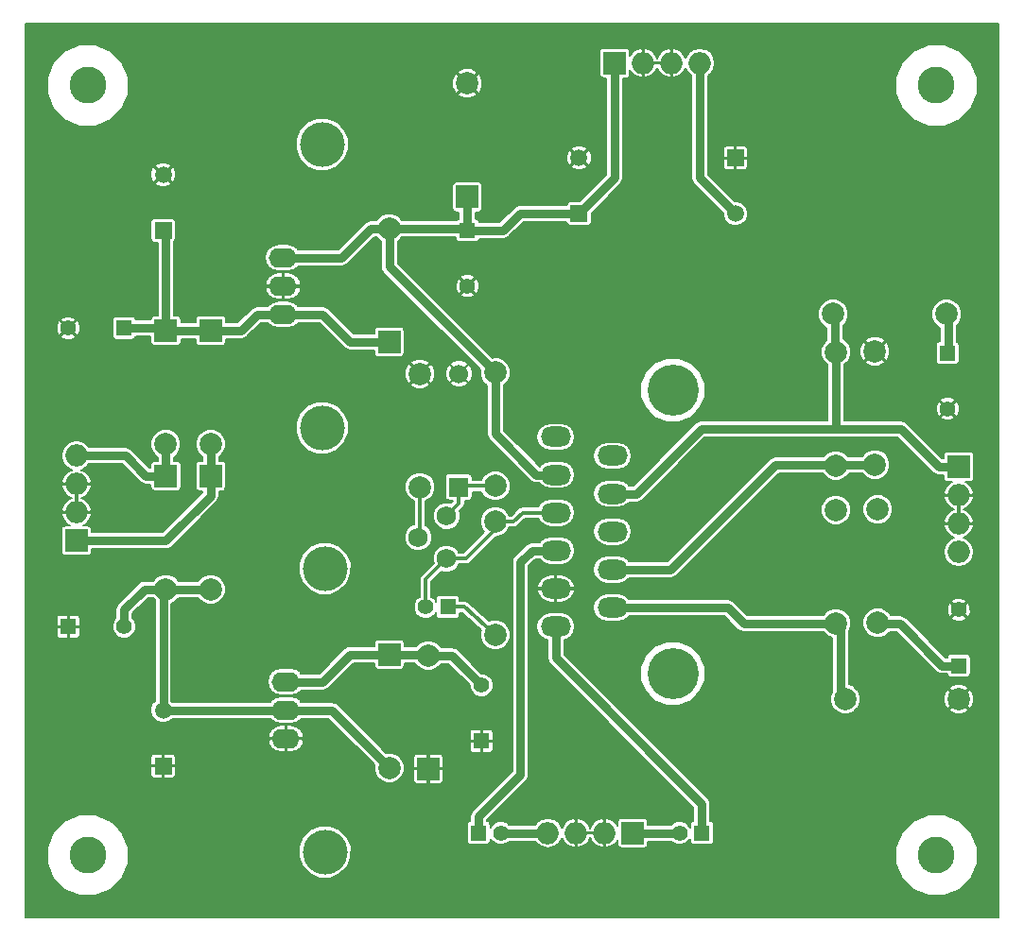
<source format=gbl>
G04 #@! TF.FileFunction,Copper,L2,Bot,Signal*
%FSLAX46Y46*%
G04 Gerber Fmt 4.6, Leading zero omitted, Abs format (unit mm)*
G04 Created by KiCad (PCBNEW 4.0.2-stable) date 2016-12-17 4:16:28 PM*
%MOMM*%
G01*
G04 APERTURE LIST*
%ADD10C,0.200000*%
%ADD11R,1.400000X1.400000*%
%ADD12C,1.400000*%
%ADD13R,1.500000X1.500000*%
%ADD14C,1.500000*%
%ADD15C,1.998980*%
%ADD16O,2.499360X1.744980*%
%ADD17O,2.499360X1.747520*%
%ADD18C,4.000500*%
%ADD19R,1.998980X1.998980*%
%ADD20O,2.700020X1.800860*%
%ADD21C,4.572000*%
%ADD22O,1.998980X1.998980*%
%ADD23C,3.302000*%
%ADD24C,1.699260*%
%ADD25R,1.699260X1.699260*%
%ADD26C,1.750060*%
%ADD27C,0.800000*%
%ADD28C,0.350000*%
%ADD29C,0.203200*%
G04 APERTURE END LIST*
D10*
D11*
X135250000Y-135750000D03*
D12*
X135250000Y-130750000D03*
D11*
X135000000Y-144000000D03*
D12*
X137000000Y-144000000D03*
D11*
X155000000Y-144000000D03*
D12*
X153000000Y-144000000D03*
D13*
X144000000Y-88500000D03*
D14*
X144000000Y-83500000D03*
D13*
X158000000Y-83500000D03*
D14*
X158000000Y-88500000D03*
D11*
X178000000Y-129000000D03*
D12*
X178000000Y-124000000D03*
D11*
X177000000Y-101000000D03*
D12*
X177000000Y-106000000D03*
D13*
X106750000Y-90000000D03*
D14*
X106750000Y-85000000D03*
D13*
X106750000Y-138000000D03*
D14*
X106750000Y-133000000D03*
D11*
X134000000Y-90000000D03*
D12*
X134000000Y-95000000D03*
D15*
X129750000Y-113000000D03*
X129750000Y-102840000D03*
X167000000Y-100900000D03*
X167000000Y-111060000D03*
X170500000Y-111000000D03*
X170500000Y-100840000D03*
X167000000Y-125200000D03*
X167000000Y-115040000D03*
X170750000Y-115000000D03*
X170750000Y-125160000D03*
X178000000Y-132000000D03*
X167840000Y-132000000D03*
X166750000Y-97500000D03*
X176910000Y-97500000D03*
D16*
X117500000Y-97540000D03*
D17*
X117500000Y-95000000D03*
X117500000Y-92460000D03*
D18*
X120992500Y-107700000D03*
X120992500Y-82300000D03*
D16*
X117750000Y-135540000D03*
D17*
X117750000Y-133000000D03*
X117750000Y-130460000D03*
D18*
X121242500Y-145700000D03*
X121242500Y-120300000D03*
D15*
X130497460Y-128090000D03*
D19*
X130497460Y-138250000D03*
D15*
X133997460Y-76840000D03*
D19*
X133997460Y-87000000D03*
D15*
X127002540Y-138160000D03*
D19*
X127002540Y-128000000D03*
D15*
X126997460Y-89840000D03*
D19*
X126997460Y-100000000D03*
D15*
X111002540Y-122160000D03*
D19*
X111002540Y-112000000D03*
D15*
X111002540Y-109160000D03*
D19*
X111002540Y-99000000D03*
D15*
X107002540Y-122160000D03*
D19*
X107002540Y-112000000D03*
D15*
X107002540Y-109160000D03*
D19*
X107002540Y-99000000D03*
D20*
X141920000Y-108501160D03*
X147000000Y-110200420D03*
X141920000Y-111899680D03*
X147000000Y-113598940D03*
X141920000Y-115300740D03*
X147000000Y-117000000D03*
X141920000Y-118699260D03*
X147000000Y-120401060D03*
X141920000Y-122100320D03*
X147000000Y-123799580D03*
X141920000Y-125498840D03*
D21*
X152387340Y-129700000D03*
X152387340Y-104300000D03*
D22*
X141190000Y-144000000D03*
D19*
X148810000Y-144000000D03*
D22*
X146270000Y-144000000D03*
X143730000Y-144000000D03*
X178000000Y-118810000D03*
D19*
X178000000Y-111190000D03*
D22*
X178000000Y-113730000D03*
X178000000Y-116270000D03*
X99000000Y-110190000D03*
D19*
X99000000Y-117810000D03*
D22*
X99000000Y-115270000D03*
X99000000Y-112730000D03*
X154810000Y-75000000D03*
D19*
X147190000Y-75000000D03*
D22*
X149730000Y-75000000D03*
X152270000Y-75000000D03*
D23*
X176000000Y-77000000D03*
X176000000Y-146000000D03*
X100000000Y-77000000D03*
X100000000Y-146000000D03*
D11*
X132250000Y-123750000D03*
D12*
X130250000Y-123750000D03*
D24*
X133247460Y-102839480D03*
D25*
X133247460Y-112999480D03*
D15*
X136500000Y-102750000D03*
X136500000Y-112910000D03*
X136500000Y-126250000D03*
X136500000Y-116090000D03*
D26*
X132135000Y-115595000D03*
X129595000Y-117500000D03*
X132135000Y-119405000D03*
D11*
X103250000Y-98750000D03*
D12*
X98250000Y-98750000D03*
D11*
X98250000Y-125500000D03*
D12*
X103250000Y-125500000D03*
D27*
X135000000Y-144000000D02*
X135000000Y-142500000D01*
X135000000Y-142500000D02*
X138750000Y-138750000D01*
X138750000Y-138750000D02*
X138750000Y-119719250D01*
X139769990Y-118699260D02*
X141920000Y-118699260D01*
X138750000Y-119719250D02*
X139769990Y-118699260D01*
X141190000Y-144000000D02*
X137000000Y-144000000D01*
X141920000Y-125498840D02*
X141920000Y-128320000D01*
X141920000Y-128320000D02*
X155000000Y-141400000D01*
X155000000Y-141400000D02*
X155000000Y-144000000D01*
X148810000Y-144000000D02*
X153000000Y-144000000D01*
X126997460Y-89840000D02*
X126997460Y-93247460D01*
X126997460Y-93247460D02*
X136500000Y-102750000D01*
X136500000Y-102750000D02*
X136500000Y-108250000D01*
X136500000Y-108250000D02*
X140149680Y-111899680D01*
X140149680Y-111899680D02*
X141920000Y-111899680D01*
D28*
X132250000Y-123750000D02*
X133750000Y-123750000D01*
X133750000Y-123750000D02*
X136500000Y-126250000D01*
D27*
X133997460Y-87000000D02*
X133997460Y-89997460D01*
X126997460Y-89840000D02*
X133840000Y-89840000D01*
X138700000Y-88500000D02*
X137200000Y-90000000D01*
X137200000Y-90000000D02*
X134000000Y-90000000D01*
X144000000Y-88500000D02*
X138700000Y-88500000D01*
X133840000Y-89840000D02*
X134000000Y-90000000D01*
X133997460Y-89997460D02*
X134000000Y-90000000D01*
X147190000Y-85310000D02*
X144749999Y-87750001D01*
X144749999Y-87750001D02*
X144000000Y-88500000D01*
X141920000Y-111899680D02*
X142369580Y-111899680D01*
X125360000Y-89840000D02*
X122740000Y-92460000D01*
X122740000Y-92460000D02*
X117500000Y-92460000D01*
X126997460Y-89840000D02*
X125360000Y-89840000D01*
X147190000Y-75000000D02*
X147190000Y-85310000D01*
X130497460Y-128090000D02*
X132590000Y-128090000D01*
X132590000Y-128090000D02*
X135250000Y-130750000D01*
X127002540Y-128000000D02*
X130407460Y-128000000D01*
X130407460Y-128000000D02*
X130497460Y-128090000D01*
X154810000Y-75000000D02*
X154810000Y-85310000D01*
X154810000Y-85310000D02*
X158000000Y-88500000D01*
X123509680Y-128000000D02*
X127002540Y-128000000D01*
X117750000Y-130460000D02*
X121049680Y-130460000D01*
X121049680Y-130460000D02*
X123509680Y-128000000D01*
X178000000Y-129000000D02*
X176500000Y-129000000D01*
X176500000Y-129000000D02*
X172722000Y-125222000D01*
X172722000Y-125222000D02*
X170812000Y-125222000D01*
X170812000Y-125222000D02*
X170750000Y-125160000D01*
X177000000Y-101000000D02*
X177038000Y-100962000D01*
X177038000Y-100962000D02*
X177038000Y-97628000D01*
X177038000Y-97628000D02*
X176910000Y-97500000D01*
X103393050Y-110190000D02*
X99000000Y-110190000D01*
X105203050Y-112000000D02*
X103393050Y-110190000D01*
X107002540Y-112000000D02*
X105203050Y-112000000D01*
X107002540Y-112000000D02*
X107002540Y-109160000D01*
X106992030Y-117810000D02*
X99000000Y-117810000D01*
X111002540Y-113799490D02*
X106992030Y-117810000D01*
X111002540Y-112000000D02*
X111002540Y-113799490D01*
X111002540Y-109160000D02*
X111002540Y-112000000D01*
X172810510Y-107800000D02*
X167000000Y-107800000D01*
X167000000Y-107800000D02*
X154948950Y-107800000D01*
X167000000Y-100900000D02*
X167000000Y-107800000D01*
X178000000Y-111190000D02*
X176200510Y-111190000D01*
X176200510Y-111190000D02*
X172810510Y-107800000D01*
X154948950Y-107800000D02*
X149150010Y-113598940D01*
X149150010Y-113598940D02*
X147000000Y-113598940D01*
X167000000Y-100900000D02*
X167005000Y-100905000D01*
X166750000Y-97500000D02*
X166878000Y-97628000D01*
X166878000Y-97628000D02*
X166878000Y-100778000D01*
X166878000Y-100778000D02*
X167000000Y-100900000D01*
X167000000Y-111060000D02*
X166940000Y-111000000D01*
X166940000Y-111000000D02*
X161600000Y-111000000D01*
X161600000Y-111000000D02*
X152198940Y-120401060D01*
X152198940Y-120401060D02*
X147000000Y-120401060D01*
X170500000Y-111000000D02*
X167060000Y-111000000D01*
X167060000Y-111000000D02*
X167000000Y-111060000D01*
X147000000Y-123799580D02*
X157299580Y-123799580D01*
X157299580Y-123799580D02*
X158750000Y-125250000D01*
X158750000Y-125250000D02*
X166950000Y-125250000D01*
X166950000Y-125250000D02*
X167000000Y-125200000D01*
X167000000Y-125200000D02*
X167386000Y-125586000D01*
X167386000Y-125586000D02*
X167386000Y-131546000D01*
X167386000Y-131546000D02*
X167840000Y-132000000D01*
D28*
X138160000Y-116090000D02*
X138949260Y-115300740D01*
X138949260Y-115300740D02*
X141920000Y-115300740D01*
X136500000Y-116090000D02*
X138160000Y-116090000D01*
X132135000Y-119405000D02*
X133845000Y-119405000D01*
X133845000Y-119405000D02*
X136500000Y-116750000D01*
X136500000Y-116750000D02*
X136500000Y-116090000D01*
X130250000Y-123750000D02*
X130250000Y-121290000D01*
X130250000Y-121290000D02*
X132135000Y-119405000D01*
X133247460Y-112999480D02*
X133247460Y-114482540D01*
X133247460Y-114482540D02*
X132135000Y-115595000D01*
X136500000Y-112910000D02*
X133336940Y-112910000D01*
X133336940Y-112910000D02*
X133247460Y-112999480D01*
X129750000Y-113000000D02*
X129750000Y-117345000D01*
X129750000Y-117345000D02*
X129595000Y-117500000D01*
D27*
X103250000Y-98750000D02*
X106752540Y-98750000D01*
X106752540Y-98750000D02*
X107002540Y-99000000D01*
X117500000Y-97540000D02*
X115210000Y-97540000D01*
X115210000Y-97540000D02*
X113750000Y-99000000D01*
X113750000Y-99000000D02*
X111002540Y-99000000D01*
X107002540Y-99000000D02*
X107002540Y-90252540D01*
X107002540Y-90252540D02*
X106750000Y-90000000D01*
X123509680Y-100000000D02*
X126997460Y-100000000D01*
X117500000Y-97540000D02*
X121049680Y-97540000D01*
X121049680Y-97540000D02*
X123509680Y-100000000D01*
X107002540Y-99000000D02*
X111002540Y-99000000D01*
X107002540Y-122160000D02*
X105090000Y-122160000D01*
X105090000Y-122160000D02*
X103250000Y-124000000D01*
X103250000Y-124000000D02*
X103250000Y-125500000D01*
X117750000Y-133000000D02*
X106750000Y-133000000D01*
X106750000Y-133000000D02*
X106750000Y-122412540D01*
X106750000Y-122412540D02*
X107002540Y-122160000D01*
X107002540Y-122160000D02*
X111002540Y-122160000D01*
X117750000Y-133000000D02*
X121842540Y-133000000D01*
X121842540Y-133000000D02*
X127002540Y-138160000D01*
D29*
G36*
X181569400Y-151569400D02*
X94430600Y-151569400D01*
X94430600Y-146724350D01*
X96341766Y-146724350D01*
X96897429Y-148069157D01*
X97925431Y-149098955D01*
X99269266Y-149656964D01*
X100724350Y-149658234D01*
X102069157Y-149102571D01*
X103098955Y-148074569D01*
X103656964Y-146730734D01*
X103657456Y-146166552D01*
X118886242Y-146166552D01*
X119244143Y-147032739D01*
X119906276Y-147696028D01*
X120771837Y-148055440D01*
X121709052Y-148056258D01*
X122575239Y-147698357D01*
X123238528Y-147036224D01*
X123368029Y-146724350D01*
X172341766Y-146724350D01*
X172897429Y-148069157D01*
X173925431Y-149098955D01*
X175269266Y-149656964D01*
X176724350Y-149658234D01*
X178069157Y-149102571D01*
X179098955Y-148074569D01*
X179656964Y-146730734D01*
X179658234Y-145275650D01*
X179102571Y-143930843D01*
X178074569Y-142901045D01*
X176730734Y-142343036D01*
X175275650Y-142341766D01*
X173930843Y-142897429D01*
X172901045Y-143925431D01*
X172343036Y-145269266D01*
X172341766Y-146724350D01*
X123368029Y-146724350D01*
X123597940Y-146170663D01*
X123598758Y-145233448D01*
X123240857Y-144367261D01*
X122578724Y-143703972D01*
X121713163Y-143344560D01*
X120775948Y-143343742D01*
X119909761Y-143701643D01*
X119246472Y-144363776D01*
X118887060Y-145229337D01*
X118886242Y-146166552D01*
X103657456Y-146166552D01*
X103658234Y-145275650D01*
X103102571Y-143930843D01*
X102472829Y-143300000D01*
X133937434Y-143300000D01*
X133937434Y-144700000D01*
X133962230Y-144831777D01*
X134040110Y-144952807D01*
X134158942Y-145034001D01*
X134300000Y-145062566D01*
X135700000Y-145062566D01*
X135831777Y-145037770D01*
X135952807Y-144959890D01*
X136034001Y-144841058D01*
X136062566Y-144700000D01*
X136062566Y-144495476D01*
X136104584Y-144597168D01*
X136401270Y-144894372D01*
X136789107Y-145055416D01*
X137209051Y-145055782D01*
X137597168Y-144895416D01*
X137737228Y-144755600D01*
X140069891Y-144755600D01*
X140205259Y-144958193D01*
X140644882Y-145251940D01*
X141163452Y-145355090D01*
X141216548Y-145355090D01*
X141735118Y-145251940D01*
X142174741Y-144958193D01*
X142468488Y-144518570D01*
X142480700Y-144457178D01*
X142604617Y-144754847D01*
X142979149Y-145128053D01*
X143467991Y-145329523D01*
X143679200Y-145265242D01*
X143679200Y-144050800D01*
X143780800Y-144050800D01*
X143780800Y-145265242D01*
X143992009Y-145329523D01*
X144480851Y-145128053D01*
X144855383Y-144754847D01*
X145000000Y-144407455D01*
X145144617Y-144754847D01*
X145519149Y-145128053D01*
X146007991Y-145329523D01*
X146219200Y-145265242D01*
X146219200Y-144050800D01*
X145004829Y-144050800D01*
X145000000Y-144066650D01*
X144995171Y-144050800D01*
X143780800Y-144050800D01*
X143679200Y-144050800D01*
X143659200Y-144050800D01*
X143659200Y-143949200D01*
X143679200Y-143949200D01*
X143679200Y-142734758D01*
X143780800Y-142734758D01*
X143780800Y-143949200D01*
X144995171Y-143949200D01*
X145000000Y-143933350D01*
X145004829Y-143949200D01*
X146219200Y-143949200D01*
X146219200Y-142734758D01*
X146007991Y-142670477D01*
X145519149Y-142871947D01*
X145144617Y-143245153D01*
X145000000Y-143592545D01*
X144855383Y-143245153D01*
X144480851Y-142871947D01*
X143992009Y-142670477D01*
X143780800Y-142734758D01*
X143679200Y-142734758D01*
X143467991Y-142670477D01*
X142979149Y-142871947D01*
X142604617Y-143245153D01*
X142480700Y-143542822D01*
X142468488Y-143481430D01*
X142174741Y-143041807D01*
X141735118Y-142748060D01*
X141216548Y-142644910D01*
X141163452Y-142644910D01*
X140644882Y-142748060D01*
X140205259Y-143041807D01*
X140069891Y-143244400D01*
X137737260Y-143244400D01*
X137598730Y-143105628D01*
X137210893Y-142944584D01*
X136790949Y-142944218D01*
X136402832Y-143104584D01*
X136105628Y-143401270D01*
X136062566Y-143504975D01*
X136062566Y-143300000D01*
X136037770Y-143168223D01*
X135959890Y-143047193D01*
X135841058Y-142965999D01*
X135755600Y-142948693D01*
X135755600Y-142812980D01*
X139284290Y-139284290D01*
X139448083Y-139039156D01*
X139505600Y-138750000D01*
X139505600Y-125498840D01*
X140180975Y-125498840D01*
X140276585Y-125979502D01*
X140548858Y-126386987D01*
X140956343Y-126659260D01*
X141164400Y-126700645D01*
X141164400Y-128320000D01*
X141221917Y-128609156D01*
X141319768Y-128755600D01*
X141385710Y-128854290D01*
X154244400Y-141712980D01*
X154244400Y-142947896D01*
X154168223Y-142962230D01*
X154047193Y-143040110D01*
X153965999Y-143158942D01*
X153937434Y-143300000D01*
X153937434Y-143504524D01*
X153895416Y-143402832D01*
X153598730Y-143105628D01*
X153210893Y-142944584D01*
X152790949Y-142944218D01*
X152402832Y-143104584D01*
X152262772Y-143244400D01*
X150172056Y-143244400D01*
X150172056Y-143000510D01*
X150147260Y-142868733D01*
X150069380Y-142747703D01*
X149950548Y-142666509D01*
X149809490Y-142637944D01*
X147810510Y-142637944D01*
X147678733Y-142662740D01*
X147557703Y-142740620D01*
X147476509Y-142859452D01*
X147447944Y-143000510D01*
X147447944Y-143371413D01*
X147395383Y-143245153D01*
X147020851Y-142871947D01*
X146532009Y-142670477D01*
X146320800Y-142734758D01*
X146320800Y-143949200D01*
X146340800Y-143949200D01*
X146340800Y-144050800D01*
X146320800Y-144050800D01*
X146320800Y-145265242D01*
X146532009Y-145329523D01*
X147020851Y-145128053D01*
X147395383Y-144754847D01*
X147447944Y-144628587D01*
X147447944Y-144999490D01*
X147472740Y-145131267D01*
X147550620Y-145252297D01*
X147669452Y-145333491D01*
X147810510Y-145362056D01*
X149809490Y-145362056D01*
X149941267Y-145337260D01*
X150062297Y-145259380D01*
X150143491Y-145140548D01*
X150172056Y-144999490D01*
X150172056Y-144755600D01*
X152262740Y-144755600D01*
X152401270Y-144894372D01*
X152789107Y-145055416D01*
X153209051Y-145055782D01*
X153597168Y-144895416D01*
X153894372Y-144598730D01*
X153937434Y-144495025D01*
X153937434Y-144700000D01*
X153962230Y-144831777D01*
X154040110Y-144952807D01*
X154158942Y-145034001D01*
X154300000Y-145062566D01*
X155700000Y-145062566D01*
X155831777Y-145037770D01*
X155952807Y-144959890D01*
X156034001Y-144841058D01*
X156062566Y-144700000D01*
X156062566Y-143300000D01*
X156037770Y-143168223D01*
X155959890Y-143047193D01*
X155841058Y-142965999D01*
X155755600Y-142948693D01*
X155755600Y-141400000D01*
X155698083Y-141110844D01*
X155534290Y-140865710D01*
X144940439Y-130271859D01*
X149499240Y-130271859D01*
X149937925Y-131333557D01*
X150749511Y-132146560D01*
X151810441Y-132587097D01*
X152959199Y-132588100D01*
X154020897Y-132149415D01*
X154833900Y-131337829D01*
X155274437Y-130276899D01*
X155275440Y-129128141D01*
X154836755Y-128066443D01*
X154025169Y-127253440D01*
X152964239Y-126812903D01*
X151815481Y-126811900D01*
X150753783Y-127250585D01*
X149940780Y-128062171D01*
X149500243Y-129123101D01*
X149499240Y-130271859D01*
X144940439Y-130271859D01*
X142675600Y-128007020D01*
X142675600Y-126700645D01*
X142883657Y-126659260D01*
X143291142Y-126386987D01*
X143563415Y-125979502D01*
X143659025Y-125498840D01*
X143563415Y-125018178D01*
X143291142Y-124610693D01*
X142883657Y-124338420D01*
X142402995Y-124242810D01*
X141437005Y-124242810D01*
X140956343Y-124338420D01*
X140548858Y-124610693D01*
X140276585Y-125018178D01*
X140180975Y-125498840D01*
X139505600Y-125498840D01*
X139505600Y-123799580D01*
X145260975Y-123799580D01*
X145356585Y-124280242D01*
X145628858Y-124687727D01*
X146036343Y-124960000D01*
X146517005Y-125055610D01*
X147482995Y-125055610D01*
X147963657Y-124960000D01*
X148371142Y-124687727D01*
X148459707Y-124555180D01*
X156986600Y-124555180D01*
X158215710Y-125784290D01*
X158460845Y-125948084D01*
X158750000Y-126005600D01*
X165889479Y-126005600D01*
X166231401Y-126348120D01*
X166630400Y-126513798D01*
X166630400Y-131379462D01*
X166485146Y-131729273D01*
X166484675Y-132268362D01*
X166690541Y-132766594D01*
X167071401Y-133148120D01*
X167569273Y-133354854D01*
X168108362Y-133355325D01*
X168606594Y-133149459D01*
X168807084Y-132949318D01*
X177122524Y-132949318D01*
X177229541Y-133146872D01*
X177727077Y-133354414D01*
X178266164Y-133355759D01*
X178764730Y-133150702D01*
X178770459Y-133146872D01*
X178877476Y-132949318D01*
X178000000Y-132071842D01*
X177122524Y-132949318D01*
X168807084Y-132949318D01*
X168988120Y-132768599D01*
X169194854Y-132270727D01*
X169194857Y-132266164D01*
X176644241Y-132266164D01*
X176849298Y-132764730D01*
X176853128Y-132770459D01*
X177050682Y-132877476D01*
X177928158Y-132000000D01*
X178071842Y-132000000D01*
X178949318Y-132877476D01*
X179146872Y-132770459D01*
X179354414Y-132272923D01*
X179355759Y-131733836D01*
X179150702Y-131235270D01*
X179146872Y-131229541D01*
X178949318Y-131122524D01*
X178071842Y-132000000D01*
X177928158Y-132000000D01*
X177050682Y-131122524D01*
X176853128Y-131229541D01*
X176645586Y-131727077D01*
X176644241Y-132266164D01*
X169194857Y-132266164D01*
X169195325Y-131731638D01*
X168989459Y-131233406D01*
X168807054Y-131050682D01*
X177122524Y-131050682D01*
X178000000Y-131928158D01*
X178877476Y-131050682D01*
X178770459Y-130853128D01*
X178272923Y-130645586D01*
X177733836Y-130644241D01*
X177235270Y-130849298D01*
X177229541Y-130853128D01*
X177122524Y-131050682D01*
X168807054Y-131050682D01*
X168608599Y-130851880D01*
X168141600Y-130657966D01*
X168141600Y-125975108D01*
X168148120Y-125968599D01*
X168354854Y-125470727D01*
X168354891Y-125428362D01*
X169394675Y-125428362D01*
X169600541Y-125926594D01*
X169981401Y-126308120D01*
X170479273Y-126514854D01*
X171018362Y-126515325D01*
X171516594Y-126309459D01*
X171849033Y-125977600D01*
X172409020Y-125977600D01*
X175965710Y-129534290D01*
X176210845Y-129698084D01*
X176500000Y-129755600D01*
X176947896Y-129755600D01*
X176962230Y-129831777D01*
X177040110Y-129952807D01*
X177158942Y-130034001D01*
X177300000Y-130062566D01*
X178700000Y-130062566D01*
X178831777Y-130037770D01*
X178952807Y-129959890D01*
X179034001Y-129841058D01*
X179062566Y-129700000D01*
X179062566Y-128300000D01*
X179037770Y-128168223D01*
X178959890Y-128047193D01*
X178841058Y-127965999D01*
X178700000Y-127937434D01*
X177300000Y-127937434D01*
X177168223Y-127962230D01*
X177047193Y-128040110D01*
X176965999Y-128158942D01*
X176948693Y-128244400D01*
X176812980Y-128244400D01*
X173301759Y-124733179D01*
X177338663Y-124733179D01*
X177409182Y-124899617D01*
X177798424Y-125057234D01*
X178218354Y-125053897D01*
X178590818Y-124899617D01*
X178661337Y-124733179D01*
X178000000Y-124071842D01*
X177338663Y-124733179D01*
X173301759Y-124733179D01*
X173256290Y-124687710D01*
X173011156Y-124523917D01*
X172722000Y-124466400D01*
X171929620Y-124466400D01*
X171899459Y-124393406D01*
X171518599Y-124011880D01*
X171020727Y-123805146D01*
X170481638Y-123804675D01*
X169983406Y-124010541D01*
X169601880Y-124391401D01*
X169395146Y-124889273D01*
X169394675Y-125428362D01*
X168354891Y-125428362D01*
X168355325Y-124931638D01*
X168149459Y-124433406D01*
X167768599Y-124051880D01*
X167270727Y-123845146D01*
X166731638Y-123844675D01*
X166233406Y-124050541D01*
X165851880Y-124431401D01*
X165825721Y-124494400D01*
X159062980Y-124494400D01*
X158367004Y-123798424D01*
X176942766Y-123798424D01*
X176946103Y-124218354D01*
X177100383Y-124590818D01*
X177266821Y-124661337D01*
X177928158Y-124000000D01*
X178071842Y-124000000D01*
X178733179Y-124661337D01*
X178899617Y-124590818D01*
X179057234Y-124201576D01*
X179053897Y-123781646D01*
X178899617Y-123409182D01*
X178733179Y-123338663D01*
X178071842Y-124000000D01*
X177928158Y-124000000D01*
X177266821Y-123338663D01*
X177100383Y-123409182D01*
X176942766Y-123798424D01*
X158367004Y-123798424D01*
X157835401Y-123266821D01*
X177338663Y-123266821D01*
X178000000Y-123928158D01*
X178661337Y-123266821D01*
X178590818Y-123100383D01*
X178201576Y-122942766D01*
X177781646Y-122946103D01*
X177409182Y-123100383D01*
X177338663Y-123266821D01*
X157835401Y-123266821D01*
X157833870Y-123265290D01*
X157825639Y-123259790D01*
X157588736Y-123101497D01*
X157299580Y-123043980D01*
X148459707Y-123043980D01*
X148371142Y-122911433D01*
X147963657Y-122639160D01*
X147482995Y-122543550D01*
X146517005Y-122543550D01*
X146036343Y-122639160D01*
X145628858Y-122911433D01*
X145356585Y-123318918D01*
X145260975Y-123799580D01*
X139505600Y-123799580D01*
X139505600Y-122346820D01*
X140238816Y-122346820D01*
X140290560Y-122534049D01*
X140546352Y-122952546D01*
X140942825Y-123241300D01*
X141419620Y-123356350D01*
X141869200Y-123356350D01*
X141869200Y-122151120D01*
X141970800Y-122151120D01*
X141970800Y-123356350D01*
X142420380Y-123356350D01*
X142897175Y-123241300D01*
X143293648Y-122952546D01*
X143549440Y-122534049D01*
X143601184Y-122346820D01*
X143535604Y-122151120D01*
X141970800Y-122151120D01*
X141869200Y-122151120D01*
X140304396Y-122151120D01*
X140238816Y-122346820D01*
X139505600Y-122346820D01*
X139505600Y-121853820D01*
X140238816Y-121853820D01*
X140304396Y-122049520D01*
X141869200Y-122049520D01*
X141869200Y-120844290D01*
X141970800Y-120844290D01*
X141970800Y-122049520D01*
X143535604Y-122049520D01*
X143601184Y-121853820D01*
X143549440Y-121666591D01*
X143293648Y-121248094D01*
X142897175Y-120959340D01*
X142420380Y-120844290D01*
X141970800Y-120844290D01*
X141869200Y-120844290D01*
X141419620Y-120844290D01*
X140942825Y-120959340D01*
X140546352Y-121248094D01*
X140290560Y-121666591D01*
X140238816Y-121853820D01*
X139505600Y-121853820D01*
X139505600Y-120401060D01*
X145260975Y-120401060D01*
X145356585Y-120881722D01*
X145628858Y-121289207D01*
X146036343Y-121561480D01*
X146517005Y-121657090D01*
X147482995Y-121657090D01*
X147963657Y-121561480D01*
X148371142Y-121289207D01*
X148459707Y-121156660D01*
X152198940Y-121156660D01*
X152488096Y-121099143D01*
X152733230Y-120935350D01*
X154885128Y-118783452D01*
X176644910Y-118783452D01*
X176644910Y-118836548D01*
X176748060Y-119355118D01*
X177041807Y-119794741D01*
X177481430Y-120088488D01*
X178000000Y-120191638D01*
X178518570Y-120088488D01*
X178958193Y-119794741D01*
X179251940Y-119355118D01*
X179355090Y-118836548D01*
X179355090Y-118783452D01*
X179251940Y-118264882D01*
X178958193Y-117825259D01*
X178518570Y-117531512D01*
X178457178Y-117519300D01*
X178754847Y-117395383D01*
X179128053Y-117020851D01*
X179329523Y-116532009D01*
X179265242Y-116320800D01*
X178050800Y-116320800D01*
X178050800Y-116340800D01*
X177949200Y-116340800D01*
X177949200Y-116320800D01*
X176734758Y-116320800D01*
X176670477Y-116532009D01*
X176871947Y-117020851D01*
X177245153Y-117395383D01*
X177542822Y-117519300D01*
X177481430Y-117531512D01*
X177041807Y-117825259D01*
X176748060Y-118264882D01*
X176644910Y-118783452D01*
X154885128Y-118783452D01*
X158360218Y-115308362D01*
X165644675Y-115308362D01*
X165850541Y-115806594D01*
X166231401Y-116188120D01*
X166729273Y-116394854D01*
X167268362Y-116395325D01*
X167766594Y-116189459D01*
X168148120Y-115808599D01*
X168354854Y-115310727D01*
X168354891Y-115268362D01*
X169394675Y-115268362D01*
X169600541Y-115766594D01*
X169981401Y-116148120D01*
X170479273Y-116354854D01*
X171018362Y-116355325D01*
X171516594Y-116149459D01*
X171898120Y-115768599D01*
X172104854Y-115270727D01*
X172105325Y-114731638D01*
X171899459Y-114233406D01*
X171658484Y-113992009D01*
X176670477Y-113992009D01*
X176871947Y-114480851D01*
X177245153Y-114855383D01*
X177592545Y-115000000D01*
X177245153Y-115144617D01*
X176871947Y-115519149D01*
X176670477Y-116007991D01*
X176734758Y-116219200D01*
X177949200Y-116219200D01*
X177949200Y-115004829D01*
X177933350Y-115000000D01*
X177949200Y-114995171D01*
X177949200Y-113780800D01*
X178050800Y-113780800D01*
X178050800Y-114995171D01*
X178066650Y-115000000D01*
X178050800Y-115004829D01*
X178050800Y-116219200D01*
X179265242Y-116219200D01*
X179329523Y-116007991D01*
X179128053Y-115519149D01*
X178754847Y-115144617D01*
X178407455Y-115000000D01*
X178754847Y-114855383D01*
X179128053Y-114480851D01*
X179329523Y-113992009D01*
X179265242Y-113780800D01*
X178050800Y-113780800D01*
X177949200Y-113780800D01*
X176734758Y-113780800D01*
X176670477Y-113992009D01*
X171658484Y-113992009D01*
X171518599Y-113851880D01*
X171020727Y-113645146D01*
X170481638Y-113644675D01*
X169983406Y-113850541D01*
X169601880Y-114231401D01*
X169395146Y-114729273D01*
X169394675Y-115268362D01*
X168354891Y-115268362D01*
X168355325Y-114771638D01*
X168149459Y-114273406D01*
X167768599Y-113891880D01*
X167270727Y-113685146D01*
X166731638Y-113684675D01*
X166233406Y-113890541D01*
X165851880Y-114271401D01*
X165645146Y-114769273D01*
X165644675Y-115308362D01*
X158360218Y-115308362D01*
X161912980Y-111755600D01*
X165821207Y-111755600D01*
X165850541Y-111826594D01*
X166231401Y-112208120D01*
X166729273Y-112414854D01*
X167268362Y-112415325D01*
X167766594Y-112209459D01*
X168148120Y-111828599D01*
X168178432Y-111755600D01*
X169345998Y-111755600D01*
X169350541Y-111766594D01*
X169731401Y-112148120D01*
X170229273Y-112354854D01*
X170768362Y-112355325D01*
X171266594Y-112149459D01*
X171648120Y-111768599D01*
X171854854Y-111270727D01*
X171855325Y-110731638D01*
X171649459Y-110233406D01*
X171268599Y-109851880D01*
X170770727Y-109645146D01*
X170231638Y-109644675D01*
X169733406Y-109850541D01*
X169351880Y-110231401D01*
X169346482Y-110244400D01*
X168100539Y-110244400D01*
X167768599Y-109911880D01*
X167270727Y-109705146D01*
X166731638Y-109704675D01*
X166233406Y-109910541D01*
X165898963Y-110244400D01*
X161600000Y-110244400D01*
X161310845Y-110301916D01*
X161065710Y-110465710D01*
X151885960Y-119645460D01*
X148459707Y-119645460D01*
X148371142Y-119512913D01*
X147963657Y-119240640D01*
X147482995Y-119145030D01*
X146517005Y-119145030D01*
X146036343Y-119240640D01*
X145628858Y-119512913D01*
X145356585Y-119920398D01*
X145260975Y-120401060D01*
X139505600Y-120401060D01*
X139505600Y-120032230D01*
X140082970Y-119454860D01*
X140460293Y-119454860D01*
X140548858Y-119587407D01*
X140956343Y-119859680D01*
X141437005Y-119955290D01*
X142402995Y-119955290D01*
X142883657Y-119859680D01*
X143291142Y-119587407D01*
X143563415Y-119179922D01*
X143659025Y-118699260D01*
X143563415Y-118218598D01*
X143291142Y-117811113D01*
X142883657Y-117538840D01*
X142402995Y-117443230D01*
X141437005Y-117443230D01*
X140956343Y-117538840D01*
X140548858Y-117811113D01*
X140460293Y-117943660D01*
X139769990Y-117943660D01*
X139480835Y-118001176D01*
X139235700Y-118164970D01*
X138215710Y-119184960D01*
X138051917Y-119430094D01*
X137994400Y-119719250D01*
X137994400Y-138437020D01*
X134465710Y-141965710D01*
X134301917Y-142210844D01*
X134244400Y-142500000D01*
X134244400Y-142947896D01*
X134168223Y-142962230D01*
X134047193Y-143040110D01*
X133965999Y-143158942D01*
X133937434Y-143300000D01*
X102472829Y-143300000D01*
X102074569Y-142901045D01*
X100730734Y-142343036D01*
X99275650Y-142341766D01*
X97930843Y-142897429D01*
X96901045Y-143925431D01*
X96343036Y-145269266D01*
X96341766Y-146724350D01*
X94430600Y-146724350D01*
X94430600Y-138139700D01*
X105644400Y-138139700D01*
X105644400Y-138820733D01*
X105698537Y-138951431D01*
X105798569Y-139051463D01*
X105929267Y-139105600D01*
X106610300Y-139105600D01*
X106699200Y-139016700D01*
X106699200Y-138050800D01*
X106800800Y-138050800D01*
X106800800Y-139016700D01*
X106889700Y-139105600D01*
X107570733Y-139105600D01*
X107701431Y-139051463D01*
X107801463Y-138951431D01*
X107855600Y-138820733D01*
X107855600Y-138139700D01*
X107766700Y-138050800D01*
X106800800Y-138050800D01*
X106699200Y-138050800D01*
X105733300Y-138050800D01*
X105644400Y-138139700D01*
X94430600Y-138139700D01*
X94430600Y-137179267D01*
X105644400Y-137179267D01*
X105644400Y-137860300D01*
X105733300Y-137949200D01*
X106699200Y-137949200D01*
X106699200Y-136983300D01*
X106800800Y-136983300D01*
X106800800Y-137949200D01*
X107766700Y-137949200D01*
X107855600Y-137860300D01*
X107855600Y-137179267D01*
X107801463Y-137048569D01*
X107701431Y-136948537D01*
X107570733Y-136894400D01*
X106889700Y-136894400D01*
X106800800Y-136983300D01*
X106699200Y-136983300D01*
X106610300Y-136894400D01*
X105929267Y-136894400D01*
X105798569Y-136948537D01*
X105698537Y-137048569D01*
X105644400Y-137179267D01*
X94430600Y-137179267D01*
X94430600Y-135782126D01*
X116168825Y-135782126D01*
X116218762Y-135963037D01*
X116468498Y-136372470D01*
X116855907Y-136655167D01*
X117322010Y-136768090D01*
X117699200Y-136768090D01*
X117699200Y-135590800D01*
X117800800Y-135590800D01*
X117800800Y-136768090D01*
X118177990Y-136768090D01*
X118644093Y-136655167D01*
X119031502Y-136372470D01*
X119281238Y-135963037D01*
X119331175Y-135782126D01*
X119265247Y-135590800D01*
X117800800Y-135590800D01*
X117699200Y-135590800D01*
X116234753Y-135590800D01*
X116168825Y-135782126D01*
X94430600Y-135782126D01*
X94430600Y-135297874D01*
X116168825Y-135297874D01*
X116234753Y-135489200D01*
X117699200Y-135489200D01*
X117699200Y-134311910D01*
X117800800Y-134311910D01*
X117800800Y-135489200D01*
X119265247Y-135489200D01*
X119331175Y-135297874D01*
X119281238Y-135116963D01*
X119031502Y-134707530D01*
X118644093Y-134424833D01*
X118177990Y-134311910D01*
X117800800Y-134311910D01*
X117699200Y-134311910D01*
X117322010Y-134311910D01*
X116855907Y-134424833D01*
X116468498Y-134707530D01*
X116218762Y-135116963D01*
X116168825Y-135297874D01*
X94430600Y-135297874D01*
X94430600Y-125639700D01*
X97194400Y-125639700D01*
X97194400Y-126270733D01*
X97248537Y-126401431D01*
X97348569Y-126501463D01*
X97479267Y-126555600D01*
X98110300Y-126555600D01*
X98199200Y-126466700D01*
X98199200Y-125550800D01*
X98300800Y-125550800D01*
X98300800Y-126466700D01*
X98389700Y-126555600D01*
X99020733Y-126555600D01*
X99151431Y-126501463D01*
X99251463Y-126401431D01*
X99305600Y-126270733D01*
X99305600Y-125709051D01*
X102194218Y-125709051D01*
X102354584Y-126097168D01*
X102651270Y-126394372D01*
X103039107Y-126555416D01*
X103459051Y-126555782D01*
X103847168Y-126395416D01*
X104144372Y-126098730D01*
X104305416Y-125710893D01*
X104305782Y-125290949D01*
X104145416Y-124902832D01*
X104005600Y-124762772D01*
X104005600Y-124312980D01*
X105402980Y-122915600D01*
X105848538Y-122915600D01*
X105853081Y-122926594D01*
X105994400Y-123068160D01*
X105994400Y-132192090D01*
X105813264Y-132372910D01*
X105644592Y-132779118D01*
X105644208Y-133218953D01*
X105812171Y-133625454D01*
X106122910Y-133936736D01*
X106529118Y-134105408D01*
X106968953Y-134105792D01*
X107375454Y-133937829D01*
X107558001Y-133755600D01*
X116397377Y-133755600D01*
X116473342Y-133869289D01*
X116872175Y-134135781D01*
X117342631Y-134229360D01*
X118157369Y-134229360D01*
X118627825Y-134135781D01*
X119026658Y-133869289D01*
X119102623Y-133755600D01*
X121529560Y-133755600D01*
X125652248Y-137878288D01*
X125647686Y-137889273D01*
X125647215Y-138428362D01*
X125853081Y-138926594D01*
X126233941Y-139308120D01*
X126731813Y-139514854D01*
X127270902Y-139515325D01*
X127769134Y-139309459D01*
X128150660Y-138928599D01*
X128357394Y-138430727D01*
X128357429Y-138389700D01*
X129142370Y-138389700D01*
X129142370Y-139320223D01*
X129196507Y-139450921D01*
X129296539Y-139550953D01*
X129427237Y-139605090D01*
X130357760Y-139605090D01*
X130446660Y-139516190D01*
X130446660Y-138300800D01*
X130548260Y-138300800D01*
X130548260Y-139516190D01*
X130637160Y-139605090D01*
X131567683Y-139605090D01*
X131698381Y-139550953D01*
X131798413Y-139450921D01*
X131852550Y-139320223D01*
X131852550Y-138389700D01*
X131763650Y-138300800D01*
X130548260Y-138300800D01*
X130446660Y-138300800D01*
X129231270Y-138300800D01*
X129142370Y-138389700D01*
X128357429Y-138389700D01*
X128357865Y-137891638D01*
X128151999Y-137393406D01*
X127938743Y-137179777D01*
X129142370Y-137179777D01*
X129142370Y-138110300D01*
X129231270Y-138199200D01*
X130446660Y-138199200D01*
X130446660Y-136983810D01*
X130548260Y-136983810D01*
X130548260Y-138199200D01*
X131763650Y-138199200D01*
X131852550Y-138110300D01*
X131852550Y-137179777D01*
X131798413Y-137049079D01*
X131698381Y-136949047D01*
X131567683Y-136894910D01*
X130637160Y-136894910D01*
X130548260Y-136983810D01*
X130446660Y-136983810D01*
X130357760Y-136894910D01*
X129427237Y-136894910D01*
X129296539Y-136949047D01*
X129196507Y-137049079D01*
X129142370Y-137179777D01*
X127938743Y-137179777D01*
X127771139Y-137011880D01*
X127273267Y-136805146D01*
X126734178Y-136804675D01*
X126721170Y-136810050D01*
X125800820Y-135889700D01*
X134194400Y-135889700D01*
X134194400Y-136520733D01*
X134248537Y-136651431D01*
X134348569Y-136751463D01*
X134479267Y-136805600D01*
X135110300Y-136805600D01*
X135199200Y-136716700D01*
X135199200Y-135800800D01*
X135300800Y-135800800D01*
X135300800Y-136716700D01*
X135389700Y-136805600D01*
X136020733Y-136805600D01*
X136151431Y-136751463D01*
X136251463Y-136651431D01*
X136305600Y-136520733D01*
X136305600Y-135889700D01*
X136216700Y-135800800D01*
X135300800Y-135800800D01*
X135199200Y-135800800D01*
X134283300Y-135800800D01*
X134194400Y-135889700D01*
X125800820Y-135889700D01*
X124890387Y-134979267D01*
X134194400Y-134979267D01*
X134194400Y-135610300D01*
X134283300Y-135699200D01*
X135199200Y-135699200D01*
X135199200Y-134783300D01*
X135300800Y-134783300D01*
X135300800Y-135699200D01*
X136216700Y-135699200D01*
X136305600Y-135610300D01*
X136305600Y-134979267D01*
X136251463Y-134848569D01*
X136151431Y-134748537D01*
X136020733Y-134694400D01*
X135389700Y-134694400D01*
X135300800Y-134783300D01*
X135199200Y-134783300D01*
X135110300Y-134694400D01*
X134479267Y-134694400D01*
X134348569Y-134748537D01*
X134248537Y-134848569D01*
X134194400Y-134979267D01*
X124890387Y-134979267D01*
X122376830Y-132465710D01*
X122240393Y-132374546D01*
X122131696Y-132301917D01*
X121842540Y-132244400D01*
X119102623Y-132244400D01*
X119026658Y-132130711D01*
X118627825Y-131864219D01*
X118157369Y-131770640D01*
X117342631Y-131770640D01*
X116872175Y-131864219D01*
X116473342Y-132130711D01*
X116397377Y-132244400D01*
X107557910Y-132244400D01*
X107505600Y-132191999D01*
X107505600Y-130460000D01*
X116113271Y-130460000D01*
X116206850Y-130930456D01*
X116473342Y-131329289D01*
X116872175Y-131595781D01*
X117342631Y-131689360D01*
X118157369Y-131689360D01*
X118627825Y-131595781D01*
X119026658Y-131329289D01*
X119102623Y-131215600D01*
X121049680Y-131215600D01*
X121338836Y-131158083D01*
X121583970Y-130994290D01*
X123822660Y-128755600D01*
X125640484Y-128755600D01*
X125640484Y-128999490D01*
X125665280Y-129131267D01*
X125743160Y-129252297D01*
X125861992Y-129333491D01*
X126003050Y-129362056D01*
X128002030Y-129362056D01*
X128133807Y-129337260D01*
X128254837Y-129259380D01*
X128336031Y-129140548D01*
X128364596Y-128999490D01*
X128364596Y-128755600D01*
X129306271Y-128755600D01*
X129348001Y-128856594D01*
X129728861Y-129238120D01*
X130226733Y-129444854D01*
X130765822Y-129445325D01*
X131264054Y-129239459D01*
X131645580Y-128858599D01*
X131650978Y-128845600D01*
X132277020Y-128845600D01*
X134194389Y-130762969D01*
X134194218Y-130959051D01*
X134354584Y-131347168D01*
X134651270Y-131644372D01*
X135039107Y-131805416D01*
X135459051Y-131805782D01*
X135847168Y-131645416D01*
X136144372Y-131348730D01*
X136305416Y-130960893D01*
X136305782Y-130540949D01*
X136145416Y-130152832D01*
X135848730Y-129855628D01*
X135460893Y-129694584D01*
X135262992Y-129694412D01*
X133124290Y-127555710D01*
X132989595Y-127465710D01*
X132879156Y-127391917D01*
X132590000Y-127334400D01*
X131651462Y-127334400D01*
X131646919Y-127323406D01*
X131266059Y-126941880D01*
X130768187Y-126735146D01*
X130229098Y-126734675D01*
X129730866Y-126940541D01*
X129426476Y-127244400D01*
X128364596Y-127244400D01*
X128364596Y-127000510D01*
X128339800Y-126868733D01*
X128261920Y-126747703D01*
X128143088Y-126666509D01*
X128002030Y-126637944D01*
X126003050Y-126637944D01*
X125871273Y-126662740D01*
X125750243Y-126740620D01*
X125669049Y-126859452D01*
X125640484Y-127000510D01*
X125640484Y-127244400D01*
X123509680Y-127244400D01*
X123220524Y-127301917D01*
X123076546Y-127398120D01*
X122975390Y-127465710D01*
X120736700Y-129704400D01*
X119102623Y-129704400D01*
X119026658Y-129590711D01*
X118627825Y-129324219D01*
X118157369Y-129230640D01*
X117342631Y-129230640D01*
X116872175Y-129324219D01*
X116473342Y-129590711D01*
X116206850Y-129989544D01*
X116113271Y-130460000D01*
X107505600Y-130460000D01*
X107505600Y-123959051D01*
X129194218Y-123959051D01*
X129354584Y-124347168D01*
X129651270Y-124644372D01*
X130039107Y-124805416D01*
X130459051Y-124805782D01*
X130847168Y-124645416D01*
X131144372Y-124348730D01*
X131187434Y-124245025D01*
X131187434Y-124450000D01*
X131212230Y-124581777D01*
X131290110Y-124702807D01*
X131408942Y-124784001D01*
X131550000Y-124812566D01*
X132950000Y-124812566D01*
X133081777Y-124787770D01*
X133202807Y-124709890D01*
X133284001Y-124591058D01*
X133312566Y-124450000D01*
X133312566Y-124280600D01*
X133544867Y-124280600D01*
X135218660Y-125802230D01*
X135145146Y-125979273D01*
X135144675Y-126518362D01*
X135350541Y-127016594D01*
X135731401Y-127398120D01*
X136229273Y-127604854D01*
X136768362Y-127605325D01*
X137266594Y-127399459D01*
X137648120Y-127018599D01*
X137854854Y-126520727D01*
X137855325Y-125981638D01*
X137649459Y-125483406D01*
X137268599Y-125101880D01*
X136770727Y-124895146D01*
X136231638Y-124894675D01*
X135933461Y-125017880D01*
X134106920Y-123357388D01*
X134028825Y-123310420D01*
X133953052Y-123259790D01*
X133940486Y-123257291D01*
X133929505Y-123250686D01*
X133839369Y-123237177D01*
X133750000Y-123219400D01*
X133312566Y-123219400D01*
X133312566Y-123050000D01*
X133287770Y-122918223D01*
X133209890Y-122797193D01*
X133091058Y-122715999D01*
X132950000Y-122687434D01*
X131550000Y-122687434D01*
X131418223Y-122712230D01*
X131297193Y-122790110D01*
X131215999Y-122908942D01*
X131187434Y-123050000D01*
X131187434Y-123254524D01*
X131145416Y-123152832D01*
X130848730Y-122855628D01*
X130780600Y-122827338D01*
X130780600Y-121509782D01*
X131723674Y-120566708D01*
X131889139Y-120635415D01*
X132378713Y-120635843D01*
X132831185Y-120448885D01*
X133177669Y-120103006D01*
X133247182Y-119935600D01*
X133845000Y-119935600D01*
X134048052Y-119895210D01*
X134220191Y-119780191D01*
X136555243Y-117445139D01*
X136768362Y-117445325D01*
X137266594Y-117239459D01*
X137506471Y-117000000D01*
X145260975Y-117000000D01*
X145356585Y-117480662D01*
X145628858Y-117888147D01*
X146036343Y-118160420D01*
X146517005Y-118256030D01*
X147482995Y-118256030D01*
X147963657Y-118160420D01*
X148371142Y-117888147D01*
X148643415Y-117480662D01*
X148739025Y-117000000D01*
X148643415Y-116519338D01*
X148371142Y-116111853D01*
X147963657Y-115839580D01*
X147482995Y-115743970D01*
X146517005Y-115743970D01*
X146036343Y-115839580D01*
X145628858Y-116111853D01*
X145356585Y-116519338D01*
X145260975Y-117000000D01*
X137506471Y-117000000D01*
X137648120Y-116858599D01*
X137746946Y-116620600D01*
X138160000Y-116620600D01*
X138363052Y-116580210D01*
X138535191Y-116465191D01*
X139169042Y-115831340D01*
X140309953Y-115831340D01*
X140548858Y-116188887D01*
X140956343Y-116461160D01*
X141437005Y-116556770D01*
X142402995Y-116556770D01*
X142883657Y-116461160D01*
X143291142Y-116188887D01*
X143563415Y-115781402D01*
X143659025Y-115300740D01*
X143563415Y-114820078D01*
X143291142Y-114412593D01*
X142883657Y-114140320D01*
X142402995Y-114044710D01*
X141437005Y-114044710D01*
X140956343Y-114140320D01*
X140548858Y-114412593D01*
X140309953Y-114770140D01*
X138949260Y-114770140D01*
X138746208Y-114810530D01*
X138574069Y-114925549D01*
X137940218Y-115559400D01*
X137746970Y-115559400D01*
X137649459Y-115323406D01*
X137268599Y-114941880D01*
X136770727Y-114735146D01*
X136231638Y-114734675D01*
X135733406Y-114940541D01*
X135351880Y-115321401D01*
X135145146Y-115819273D01*
X135144675Y-116358362D01*
X135350541Y-116856594D01*
X135496655Y-117002963D01*
X133625218Y-118874400D01*
X133247303Y-118874400D01*
X133178885Y-118708815D01*
X132833006Y-118362331D01*
X132380861Y-118174585D01*
X131891287Y-118174157D01*
X131438815Y-118361115D01*
X131092331Y-118706994D01*
X130904585Y-119159139D01*
X130904157Y-119648713D01*
X130973378Y-119816240D01*
X129874809Y-120914809D01*
X129759790Y-121086948D01*
X129719400Y-121290000D01*
X129719400Y-122827079D01*
X129652832Y-122854584D01*
X129355628Y-123151270D01*
X129194584Y-123539107D01*
X129194218Y-123959051D01*
X107505600Y-123959051D01*
X107505600Y-123418349D01*
X107769134Y-123309459D01*
X108150660Y-122928599D01*
X108156058Y-122915600D01*
X109848538Y-122915600D01*
X109853081Y-122926594D01*
X110233941Y-123308120D01*
X110731813Y-123514854D01*
X111270902Y-123515325D01*
X111769134Y-123309459D01*
X112150660Y-122928599D01*
X112357394Y-122430727D01*
X112357865Y-121891638D01*
X112151999Y-121393406D01*
X111771139Y-121011880D01*
X111273267Y-120805146D01*
X110734178Y-120804675D01*
X110235946Y-121010541D01*
X109854420Y-121391401D01*
X109849022Y-121404400D01*
X108156542Y-121404400D01*
X108151999Y-121393406D01*
X107771139Y-121011880D01*
X107273267Y-120805146D01*
X106734178Y-120804675D01*
X106235946Y-121010541D01*
X105854420Y-121391401D01*
X105849022Y-121404400D01*
X105090000Y-121404400D01*
X104800844Y-121461917D01*
X104555710Y-121625710D01*
X102715710Y-123465710D01*
X102551917Y-123710844D01*
X102494400Y-124000000D01*
X102494400Y-124762740D01*
X102355628Y-124901270D01*
X102194584Y-125289107D01*
X102194218Y-125709051D01*
X99305600Y-125709051D01*
X99305600Y-125639700D01*
X99216700Y-125550800D01*
X98300800Y-125550800D01*
X98199200Y-125550800D01*
X97283300Y-125550800D01*
X97194400Y-125639700D01*
X94430600Y-125639700D01*
X94430600Y-124729267D01*
X97194400Y-124729267D01*
X97194400Y-125360300D01*
X97283300Y-125449200D01*
X98199200Y-125449200D01*
X98199200Y-124533300D01*
X98300800Y-124533300D01*
X98300800Y-125449200D01*
X99216700Y-125449200D01*
X99305600Y-125360300D01*
X99305600Y-124729267D01*
X99251463Y-124598569D01*
X99151431Y-124498537D01*
X99020733Y-124444400D01*
X98389700Y-124444400D01*
X98300800Y-124533300D01*
X98199200Y-124533300D01*
X98110300Y-124444400D01*
X97479267Y-124444400D01*
X97348569Y-124498537D01*
X97248537Y-124598569D01*
X97194400Y-124729267D01*
X94430600Y-124729267D01*
X94430600Y-120766552D01*
X118886242Y-120766552D01*
X119244143Y-121632739D01*
X119906276Y-122296028D01*
X120771837Y-122655440D01*
X121709052Y-122656258D01*
X122575239Y-122298357D01*
X123238528Y-121636224D01*
X123597940Y-120770663D01*
X123598758Y-119833448D01*
X123240857Y-118967261D01*
X122578724Y-118303972D01*
X121713163Y-117944560D01*
X120775948Y-117943742D01*
X119909761Y-118301643D01*
X119246472Y-118963776D01*
X118887060Y-119829337D01*
X118886242Y-120766552D01*
X94430600Y-120766552D01*
X94430600Y-116810510D01*
X97637944Y-116810510D01*
X97637944Y-118809490D01*
X97662740Y-118941267D01*
X97740620Y-119062297D01*
X97859452Y-119143491D01*
X98000510Y-119172056D01*
X99999490Y-119172056D01*
X100131267Y-119147260D01*
X100252297Y-119069380D01*
X100333491Y-118950548D01*
X100362056Y-118809490D01*
X100362056Y-118565600D01*
X106992030Y-118565600D01*
X107281186Y-118508083D01*
X107526320Y-118344290D01*
X108126897Y-117743713D01*
X128364157Y-117743713D01*
X128551115Y-118196185D01*
X128896994Y-118542669D01*
X129349139Y-118730415D01*
X129838713Y-118730843D01*
X130291185Y-118543885D01*
X130637669Y-118198006D01*
X130825415Y-117745861D01*
X130825843Y-117256287D01*
X130638885Y-116803815D01*
X130293006Y-116457331D01*
X130280600Y-116452180D01*
X130280600Y-115838713D01*
X130904157Y-115838713D01*
X131091115Y-116291185D01*
X131436994Y-116637669D01*
X131889139Y-116825415D01*
X132378713Y-116825843D01*
X132831185Y-116638885D01*
X133177669Y-116293006D01*
X133365415Y-115840861D01*
X133365843Y-115351287D01*
X133296622Y-115183760D01*
X133622651Y-114857731D01*
X133647810Y-114820078D01*
X133737670Y-114685592D01*
X133778060Y-114482540D01*
X133778060Y-114211676D01*
X134097090Y-114211676D01*
X134228867Y-114186880D01*
X134349897Y-114109000D01*
X134431091Y-113990168D01*
X134459656Y-113849110D01*
X134459656Y-113440600D01*
X135253030Y-113440600D01*
X135350541Y-113676594D01*
X135731401Y-114058120D01*
X136229273Y-114264854D01*
X136768362Y-114265325D01*
X137266594Y-114059459D01*
X137648120Y-113678599D01*
X137681197Y-113598940D01*
X145260975Y-113598940D01*
X145356585Y-114079602D01*
X145628858Y-114487087D01*
X146036343Y-114759360D01*
X146517005Y-114854970D01*
X147482995Y-114854970D01*
X147963657Y-114759360D01*
X148371142Y-114487087D01*
X148459707Y-114354540D01*
X149150010Y-114354540D01*
X149439166Y-114297023D01*
X149684300Y-114133230D01*
X155261930Y-108555600D01*
X172497530Y-108555600D01*
X175666220Y-111724290D01*
X175911354Y-111888083D01*
X176200510Y-111945600D01*
X176637944Y-111945600D01*
X176637944Y-112189490D01*
X176662740Y-112321267D01*
X176740620Y-112442297D01*
X176859452Y-112523491D01*
X177000510Y-112552056D01*
X177371413Y-112552056D01*
X177245153Y-112604617D01*
X176871947Y-112979149D01*
X176670477Y-113467991D01*
X176734758Y-113679200D01*
X177949200Y-113679200D01*
X177949200Y-113659200D01*
X178050800Y-113659200D01*
X178050800Y-113679200D01*
X179265242Y-113679200D01*
X179329523Y-113467991D01*
X179128053Y-112979149D01*
X178754847Y-112604617D01*
X178628587Y-112552056D01*
X178999490Y-112552056D01*
X179131267Y-112527260D01*
X179252297Y-112449380D01*
X179333491Y-112330548D01*
X179362056Y-112189490D01*
X179362056Y-110190510D01*
X179337260Y-110058733D01*
X179259380Y-109937703D01*
X179140548Y-109856509D01*
X178999490Y-109827944D01*
X177000510Y-109827944D01*
X176868733Y-109852740D01*
X176747703Y-109930620D01*
X176666509Y-110049452D01*
X176637944Y-110190510D01*
X176637944Y-110434400D01*
X176513490Y-110434400D01*
X173344800Y-107265710D01*
X173227147Y-107187097D01*
X173099666Y-107101917D01*
X172810510Y-107044400D01*
X167755600Y-107044400D01*
X167755600Y-106733179D01*
X176338663Y-106733179D01*
X176409182Y-106899617D01*
X176798424Y-107057234D01*
X177218354Y-107053897D01*
X177590818Y-106899617D01*
X177661337Y-106733179D01*
X177000000Y-106071842D01*
X176338663Y-106733179D01*
X167755600Y-106733179D01*
X167755600Y-105798424D01*
X175942766Y-105798424D01*
X175946103Y-106218354D01*
X176100383Y-106590818D01*
X176266821Y-106661337D01*
X176928158Y-106000000D01*
X177071842Y-106000000D01*
X177733179Y-106661337D01*
X177899617Y-106590818D01*
X178057234Y-106201576D01*
X178053897Y-105781646D01*
X177899617Y-105409182D01*
X177733179Y-105338663D01*
X177071842Y-106000000D01*
X176928158Y-106000000D01*
X176266821Y-105338663D01*
X176100383Y-105409182D01*
X175942766Y-105798424D01*
X167755600Y-105798424D01*
X167755600Y-105266821D01*
X176338663Y-105266821D01*
X177000000Y-105928158D01*
X177661337Y-105266821D01*
X177590818Y-105100383D01*
X177201576Y-104942766D01*
X176781646Y-104946103D01*
X176409182Y-105100383D01*
X176338663Y-105266821D01*
X167755600Y-105266821D01*
X167755600Y-102054002D01*
X167766594Y-102049459D01*
X168027189Y-101789318D01*
X169622524Y-101789318D01*
X169729541Y-101986872D01*
X170227077Y-102194414D01*
X170766164Y-102195759D01*
X171264730Y-101990702D01*
X171270459Y-101986872D01*
X171377476Y-101789318D01*
X170500000Y-100911842D01*
X169622524Y-101789318D01*
X168027189Y-101789318D01*
X168148120Y-101668599D01*
X168354854Y-101170727D01*
X168354910Y-101106164D01*
X169144241Y-101106164D01*
X169349298Y-101604730D01*
X169353128Y-101610459D01*
X169550682Y-101717476D01*
X170428158Y-100840000D01*
X170571842Y-100840000D01*
X171449318Y-101717476D01*
X171646872Y-101610459D01*
X171854414Y-101112923D01*
X171855759Y-100573836D01*
X171650702Y-100075270D01*
X171646872Y-100069541D01*
X171449318Y-99962524D01*
X170571842Y-100840000D01*
X170428158Y-100840000D01*
X169550682Y-99962524D01*
X169353128Y-100069541D01*
X169145586Y-100567077D01*
X169144241Y-101106164D01*
X168354910Y-101106164D01*
X168355325Y-100631638D01*
X168149459Y-100133406D01*
X167907159Y-99890682D01*
X169622524Y-99890682D01*
X170500000Y-100768158D01*
X171377476Y-99890682D01*
X171270459Y-99693128D01*
X170772923Y-99485586D01*
X170233836Y-99484241D01*
X169735270Y-99689298D01*
X169729541Y-99693128D01*
X169622524Y-99890682D01*
X167907159Y-99890682D01*
X167768599Y-99751880D01*
X167633600Y-99695824D01*
X167633600Y-98532657D01*
X167898120Y-98268599D01*
X168104854Y-97770727D01*
X168104856Y-97768362D01*
X175554675Y-97768362D01*
X175760541Y-98266594D01*
X176141401Y-98648120D01*
X176282400Y-98706668D01*
X176282400Y-99940746D01*
X176168223Y-99962230D01*
X176047193Y-100040110D01*
X175965999Y-100158942D01*
X175937434Y-100300000D01*
X175937434Y-101700000D01*
X175962230Y-101831777D01*
X176040110Y-101952807D01*
X176158942Y-102034001D01*
X176300000Y-102062566D01*
X177700000Y-102062566D01*
X177831777Y-102037770D01*
X177952807Y-101959890D01*
X178034001Y-101841058D01*
X178062566Y-101700000D01*
X178062566Y-100300000D01*
X178037770Y-100168223D01*
X177959890Y-100047193D01*
X177841058Y-99965999D01*
X177793600Y-99956389D01*
X177793600Y-98532657D01*
X178058120Y-98268599D01*
X178264854Y-97770727D01*
X178265325Y-97231638D01*
X178059459Y-96733406D01*
X177678599Y-96351880D01*
X177180727Y-96145146D01*
X176641638Y-96144675D01*
X176143406Y-96350541D01*
X175761880Y-96731401D01*
X175555146Y-97229273D01*
X175554675Y-97768362D01*
X168104856Y-97768362D01*
X168105325Y-97231638D01*
X167899459Y-96733406D01*
X167518599Y-96351880D01*
X167020727Y-96145146D01*
X166481638Y-96144675D01*
X165983406Y-96350541D01*
X165601880Y-96731401D01*
X165395146Y-97229273D01*
X165394675Y-97768362D01*
X165600541Y-98266594D01*
X165981401Y-98648120D01*
X166122400Y-98706668D01*
X166122400Y-99861353D01*
X165851880Y-100131401D01*
X165645146Y-100629273D01*
X165644675Y-101168362D01*
X165850541Y-101666594D01*
X166231401Y-102048120D01*
X166244400Y-102053518D01*
X166244400Y-107044400D01*
X154948950Y-107044400D01*
X154659795Y-107101916D01*
X154414660Y-107265710D01*
X148837030Y-112843340D01*
X148459707Y-112843340D01*
X148371142Y-112710793D01*
X147963657Y-112438520D01*
X147482995Y-112342910D01*
X146517005Y-112342910D01*
X146036343Y-112438520D01*
X145628858Y-112710793D01*
X145356585Y-113118278D01*
X145260975Y-113598940D01*
X137681197Y-113598940D01*
X137854854Y-113180727D01*
X137855325Y-112641638D01*
X137649459Y-112143406D01*
X137268599Y-111761880D01*
X136770727Y-111555146D01*
X136231638Y-111554675D01*
X135733406Y-111760541D01*
X135351880Y-112141401D01*
X135253054Y-112379400D01*
X134459656Y-112379400D01*
X134459656Y-112149850D01*
X134434860Y-112018073D01*
X134356980Y-111897043D01*
X134238148Y-111815849D01*
X134097090Y-111787284D01*
X132397830Y-111787284D01*
X132266053Y-111812080D01*
X132145023Y-111889960D01*
X132063829Y-112008792D01*
X132035264Y-112149850D01*
X132035264Y-113849110D01*
X132060060Y-113980887D01*
X132137940Y-114101917D01*
X132256772Y-114183111D01*
X132397830Y-114211676D01*
X132716860Y-114211676D01*
X132716860Y-114262758D01*
X132546326Y-114433292D01*
X132380861Y-114364585D01*
X131891287Y-114364157D01*
X131438815Y-114551115D01*
X131092331Y-114896994D01*
X130904585Y-115349139D01*
X130904157Y-115838713D01*
X130280600Y-115838713D01*
X130280600Y-114246970D01*
X130516594Y-114149459D01*
X130898120Y-113768599D01*
X131104854Y-113270727D01*
X131105325Y-112731638D01*
X130899459Y-112233406D01*
X130518599Y-111851880D01*
X130020727Y-111645146D01*
X129481638Y-111644675D01*
X128983406Y-111850541D01*
X128601880Y-112231401D01*
X128395146Y-112729273D01*
X128394675Y-113268362D01*
X128600541Y-113766594D01*
X128981401Y-114148120D01*
X129219400Y-114246946D01*
X129219400Y-116323652D01*
X128898815Y-116456115D01*
X128552331Y-116801994D01*
X128364585Y-117254139D01*
X128364157Y-117743713D01*
X108126897Y-117743713D01*
X111536830Y-114333780D01*
X111700624Y-114088645D01*
X111758140Y-113799490D01*
X111758140Y-113362056D01*
X112002030Y-113362056D01*
X112133807Y-113337260D01*
X112254837Y-113259380D01*
X112336031Y-113140548D01*
X112364596Y-112999490D01*
X112364596Y-111000510D01*
X112339800Y-110868733D01*
X112261920Y-110747703D01*
X112143088Y-110666509D01*
X112002030Y-110637944D01*
X111758140Y-110637944D01*
X111758140Y-110314002D01*
X111769134Y-110309459D01*
X112150660Y-109928599D01*
X112357394Y-109430727D01*
X112357865Y-108891638D01*
X112151999Y-108393406D01*
X111925542Y-108166552D01*
X118636242Y-108166552D01*
X118994143Y-109032739D01*
X119656276Y-109696028D01*
X120521837Y-110055440D01*
X121459052Y-110056258D01*
X122325239Y-109698357D01*
X122988528Y-109036224D01*
X123347940Y-108170663D01*
X123348758Y-107233448D01*
X122990857Y-106367261D01*
X122328724Y-105703972D01*
X121463163Y-105344560D01*
X120525948Y-105343742D01*
X119659761Y-105701643D01*
X118996472Y-106363776D01*
X118637060Y-107229337D01*
X118636242Y-108166552D01*
X111925542Y-108166552D01*
X111771139Y-108011880D01*
X111273267Y-107805146D01*
X110734178Y-107804675D01*
X110235946Y-108010541D01*
X109854420Y-108391401D01*
X109647686Y-108889273D01*
X109647215Y-109428362D01*
X109853081Y-109926594D01*
X110233941Y-110308120D01*
X110246940Y-110313518D01*
X110246940Y-110637944D01*
X110003050Y-110637944D01*
X109871273Y-110662740D01*
X109750243Y-110740620D01*
X109669049Y-110859452D01*
X109640484Y-111000510D01*
X109640484Y-112999490D01*
X109665280Y-113131267D01*
X109743160Y-113252297D01*
X109861992Y-113333491D01*
X110003050Y-113362056D01*
X110246940Y-113362056D01*
X110246940Y-113486510D01*
X106679050Y-117054400D01*
X100362056Y-117054400D01*
X100362056Y-116810510D01*
X100337260Y-116678733D01*
X100259380Y-116557703D01*
X100140548Y-116476509D01*
X99999490Y-116447944D01*
X99628587Y-116447944D01*
X99754847Y-116395383D01*
X100128053Y-116020851D01*
X100329523Y-115532009D01*
X100265242Y-115320800D01*
X99050800Y-115320800D01*
X99050800Y-115340800D01*
X98949200Y-115340800D01*
X98949200Y-115320800D01*
X97734758Y-115320800D01*
X97670477Y-115532009D01*
X97871947Y-116020851D01*
X98245153Y-116395383D01*
X98371413Y-116447944D01*
X98000510Y-116447944D01*
X97868733Y-116472740D01*
X97747703Y-116550620D01*
X97666509Y-116669452D01*
X97637944Y-116810510D01*
X94430600Y-116810510D01*
X94430600Y-112992009D01*
X97670477Y-112992009D01*
X97871947Y-113480851D01*
X98245153Y-113855383D01*
X98592545Y-114000000D01*
X98245153Y-114144617D01*
X97871947Y-114519149D01*
X97670477Y-115007991D01*
X97734758Y-115219200D01*
X98949200Y-115219200D01*
X98949200Y-114004829D01*
X98933350Y-114000000D01*
X98949200Y-113995171D01*
X98949200Y-112780800D01*
X99050800Y-112780800D01*
X99050800Y-113995171D01*
X99066650Y-114000000D01*
X99050800Y-114004829D01*
X99050800Y-115219200D01*
X100265242Y-115219200D01*
X100329523Y-115007991D01*
X100128053Y-114519149D01*
X99754847Y-114144617D01*
X99407455Y-114000000D01*
X99754847Y-113855383D01*
X100128053Y-113480851D01*
X100329523Y-112992009D01*
X100265242Y-112780800D01*
X99050800Y-112780800D01*
X98949200Y-112780800D01*
X97734758Y-112780800D01*
X97670477Y-112992009D01*
X94430600Y-112992009D01*
X94430600Y-110163452D01*
X97644910Y-110163452D01*
X97644910Y-110216548D01*
X97748060Y-110735118D01*
X98041807Y-111174741D01*
X98481430Y-111468488D01*
X98542822Y-111480700D01*
X98245153Y-111604617D01*
X97871947Y-111979149D01*
X97670477Y-112467991D01*
X97734758Y-112679200D01*
X98949200Y-112679200D01*
X98949200Y-112659200D01*
X99050800Y-112659200D01*
X99050800Y-112679200D01*
X100265242Y-112679200D01*
X100329523Y-112467991D01*
X100128053Y-111979149D01*
X99754847Y-111604617D01*
X99457178Y-111480700D01*
X99518570Y-111468488D01*
X99958193Y-111174741D01*
X100111300Y-110945600D01*
X103080070Y-110945600D01*
X104668760Y-112534290D01*
X104913895Y-112698084D01*
X105203050Y-112755600D01*
X105640484Y-112755600D01*
X105640484Y-112999490D01*
X105665280Y-113131267D01*
X105743160Y-113252297D01*
X105861992Y-113333491D01*
X106003050Y-113362056D01*
X108002030Y-113362056D01*
X108133807Y-113337260D01*
X108254837Y-113259380D01*
X108336031Y-113140548D01*
X108364596Y-112999490D01*
X108364596Y-111000510D01*
X108339800Y-110868733D01*
X108261920Y-110747703D01*
X108143088Y-110666509D01*
X108002030Y-110637944D01*
X107758140Y-110637944D01*
X107758140Y-110314002D01*
X107769134Y-110309459D01*
X108150660Y-109928599D01*
X108357394Y-109430727D01*
X108357865Y-108891638D01*
X108151999Y-108393406D01*
X107771139Y-108011880D01*
X107273267Y-107805146D01*
X106734178Y-107804675D01*
X106235946Y-108010541D01*
X105854420Y-108391401D01*
X105647686Y-108889273D01*
X105647215Y-109428362D01*
X105853081Y-109926594D01*
X106233941Y-110308120D01*
X106246940Y-110313518D01*
X106246940Y-110637944D01*
X106003050Y-110637944D01*
X105871273Y-110662740D01*
X105750243Y-110740620D01*
X105669049Y-110859452D01*
X105640484Y-111000510D01*
X105640484Y-111244400D01*
X105516030Y-111244400D01*
X103927340Y-109655710D01*
X103910825Y-109644675D01*
X103682206Y-109491917D01*
X103393050Y-109434400D01*
X100111300Y-109434400D01*
X99958193Y-109205259D01*
X99518570Y-108911512D01*
X99000000Y-108808362D01*
X98481430Y-108911512D01*
X98041807Y-109205259D01*
X97748060Y-109644882D01*
X97644910Y-110163452D01*
X94430600Y-110163452D01*
X94430600Y-103789318D01*
X128872524Y-103789318D01*
X128979541Y-103986872D01*
X129477077Y-104194414D01*
X130016164Y-104195759D01*
X130514730Y-103990702D01*
X130520459Y-103986872D01*
X130627476Y-103789318D01*
X129750000Y-102911842D01*
X128872524Y-103789318D01*
X94430600Y-103789318D01*
X94430600Y-103106164D01*
X128394241Y-103106164D01*
X128599298Y-103604730D01*
X128603128Y-103610459D01*
X128800682Y-103717476D01*
X129678158Y-102840000D01*
X129821842Y-102840000D01*
X130699318Y-103717476D01*
X130767278Y-103680661D01*
X132478121Y-103680661D01*
X132566880Y-103862644D01*
X133010234Y-104045207D01*
X133489703Y-104044209D01*
X133928040Y-103862644D01*
X134016799Y-103680661D01*
X133247460Y-102911322D01*
X132478121Y-103680661D01*
X130767278Y-103680661D01*
X130896872Y-103610459D01*
X131104414Y-103112923D01*
X131105688Y-102602254D01*
X132041733Y-102602254D01*
X132042731Y-103081723D01*
X132224296Y-103520060D01*
X132406279Y-103608819D01*
X133175618Y-102839480D01*
X133319302Y-102839480D01*
X134088641Y-103608819D01*
X134270624Y-103520060D01*
X134453187Y-103076706D01*
X134452189Y-102597237D01*
X134270624Y-102158900D01*
X134088641Y-102070141D01*
X133319302Y-102839480D01*
X133175618Y-102839480D01*
X132406279Y-102070141D01*
X132224296Y-102158900D01*
X132041733Y-102602254D01*
X131105688Y-102602254D01*
X131105759Y-102573836D01*
X130900702Y-102075270D01*
X130896872Y-102069541D01*
X130765359Y-101998299D01*
X132478121Y-101998299D01*
X133247460Y-102767638D01*
X134016799Y-101998299D01*
X133928040Y-101816316D01*
X133484686Y-101633753D01*
X133005217Y-101634751D01*
X132566880Y-101816316D01*
X132478121Y-101998299D01*
X130765359Y-101998299D01*
X130699318Y-101962524D01*
X129821842Y-102840000D01*
X129678158Y-102840000D01*
X128800682Y-101962524D01*
X128603128Y-102069541D01*
X128395586Y-102567077D01*
X128394241Y-103106164D01*
X94430600Y-103106164D01*
X94430600Y-101890682D01*
X128872524Y-101890682D01*
X129750000Y-102768158D01*
X130627476Y-101890682D01*
X130520459Y-101693128D01*
X130022923Y-101485586D01*
X129483836Y-101484241D01*
X128985270Y-101689298D01*
X128979541Y-101693128D01*
X128872524Y-101890682D01*
X94430600Y-101890682D01*
X94430600Y-99483179D01*
X97588663Y-99483179D01*
X97659182Y-99649617D01*
X98048424Y-99807234D01*
X98468354Y-99803897D01*
X98840818Y-99649617D01*
X98911337Y-99483179D01*
X98250000Y-98821842D01*
X97588663Y-99483179D01*
X94430600Y-99483179D01*
X94430600Y-98548424D01*
X97192766Y-98548424D01*
X97196103Y-98968354D01*
X97350383Y-99340818D01*
X97516821Y-99411337D01*
X98178158Y-98750000D01*
X98321842Y-98750000D01*
X98983179Y-99411337D01*
X99149617Y-99340818D01*
X99307234Y-98951576D01*
X99303897Y-98531646D01*
X99149617Y-98159182D01*
X98983179Y-98088663D01*
X98321842Y-98750000D01*
X98178158Y-98750000D01*
X97516821Y-98088663D01*
X97350383Y-98159182D01*
X97192766Y-98548424D01*
X94430600Y-98548424D01*
X94430600Y-98016821D01*
X97588663Y-98016821D01*
X98250000Y-98678158D01*
X98878158Y-98050000D01*
X102187434Y-98050000D01*
X102187434Y-99450000D01*
X102212230Y-99581777D01*
X102290110Y-99702807D01*
X102408942Y-99784001D01*
X102550000Y-99812566D01*
X103950000Y-99812566D01*
X104081777Y-99787770D01*
X104202807Y-99709890D01*
X104284001Y-99591058D01*
X104301307Y-99505600D01*
X105640484Y-99505600D01*
X105640484Y-99999490D01*
X105665280Y-100131267D01*
X105743160Y-100252297D01*
X105861992Y-100333491D01*
X106003050Y-100362056D01*
X108002030Y-100362056D01*
X108133807Y-100337260D01*
X108254837Y-100259380D01*
X108336031Y-100140548D01*
X108364596Y-99999490D01*
X108364596Y-99755600D01*
X109640484Y-99755600D01*
X109640484Y-99999490D01*
X109665280Y-100131267D01*
X109743160Y-100252297D01*
X109861992Y-100333491D01*
X110003050Y-100362056D01*
X112002030Y-100362056D01*
X112133807Y-100337260D01*
X112254837Y-100259380D01*
X112336031Y-100140548D01*
X112364596Y-99999490D01*
X112364596Y-99755600D01*
X113750000Y-99755600D01*
X114039156Y-99698083D01*
X114284290Y-99534290D01*
X115522980Y-98295600D01*
X116147606Y-98295600D01*
X116222970Y-98408391D01*
X116621391Y-98674607D01*
X117091361Y-98768090D01*
X117908639Y-98768090D01*
X118378609Y-98674607D01*
X118777030Y-98408391D01*
X118852394Y-98295600D01*
X120736700Y-98295600D01*
X122975390Y-100534290D01*
X123220524Y-100698083D01*
X123509680Y-100755600D01*
X125635404Y-100755600D01*
X125635404Y-100999490D01*
X125660200Y-101131267D01*
X125738080Y-101252297D01*
X125856912Y-101333491D01*
X125997970Y-101362056D01*
X127996950Y-101362056D01*
X128128727Y-101337260D01*
X128249757Y-101259380D01*
X128330951Y-101140548D01*
X128359516Y-100999490D01*
X128359516Y-99000510D01*
X128334720Y-98868733D01*
X128256840Y-98747703D01*
X128138008Y-98666509D01*
X127996950Y-98637944D01*
X125997970Y-98637944D01*
X125866193Y-98662740D01*
X125745163Y-98740620D01*
X125663969Y-98859452D01*
X125635404Y-99000510D01*
X125635404Y-99244400D01*
X123822660Y-99244400D01*
X121583970Y-97005710D01*
X121338836Y-96841917D01*
X121049680Y-96784400D01*
X118852394Y-96784400D01*
X118777030Y-96671609D01*
X118378609Y-96405393D01*
X117908639Y-96311910D01*
X117091361Y-96311910D01*
X116621391Y-96405393D01*
X116222970Y-96671609D01*
X116147606Y-96784400D01*
X115210000Y-96784400D01*
X114920845Y-96841916D01*
X114675710Y-97005710D01*
X113437020Y-98244400D01*
X112364596Y-98244400D01*
X112364596Y-98000510D01*
X112339800Y-97868733D01*
X112261920Y-97747703D01*
X112143088Y-97666509D01*
X112002030Y-97637944D01*
X110003050Y-97637944D01*
X109871273Y-97662740D01*
X109750243Y-97740620D01*
X109669049Y-97859452D01*
X109640484Y-98000510D01*
X109640484Y-98244400D01*
X108364596Y-98244400D01*
X108364596Y-98000510D01*
X108339800Y-97868733D01*
X108261920Y-97747703D01*
X108143088Y-97666509D01*
X108002030Y-97637944D01*
X107758140Y-97637944D01*
X107758140Y-95242325D01*
X115918839Y-95242325D01*
X115968859Y-95423522D01*
X116218870Y-95833367D01*
X116606691Y-96116340D01*
X117073280Y-96229360D01*
X117449200Y-96229360D01*
X117449200Y-95050800D01*
X117550800Y-95050800D01*
X117550800Y-96229360D01*
X117926720Y-96229360D01*
X118393309Y-96116340D01*
X118781130Y-95833367D01*
X119031141Y-95423522D01*
X119081161Y-95242325D01*
X119015248Y-95050800D01*
X117550800Y-95050800D01*
X117449200Y-95050800D01*
X115984752Y-95050800D01*
X115918839Y-95242325D01*
X107758140Y-95242325D01*
X107758140Y-94757675D01*
X115918839Y-94757675D01*
X115984752Y-94949200D01*
X117449200Y-94949200D01*
X117449200Y-93770640D01*
X117550800Y-93770640D01*
X117550800Y-94949200D01*
X119015248Y-94949200D01*
X119081161Y-94757675D01*
X119031141Y-94576478D01*
X118781130Y-94166633D01*
X118393309Y-93883660D01*
X117926720Y-93770640D01*
X117550800Y-93770640D01*
X117449200Y-93770640D01*
X117073280Y-93770640D01*
X116606691Y-93883660D01*
X116218870Y-94166633D01*
X115968859Y-94576478D01*
X115918839Y-94757675D01*
X107758140Y-94757675D01*
X107758140Y-92460000D01*
X115863271Y-92460000D01*
X115956850Y-92930456D01*
X116223342Y-93329289D01*
X116622175Y-93595781D01*
X117092631Y-93689360D01*
X117907369Y-93689360D01*
X118377825Y-93595781D01*
X118776658Y-93329289D01*
X118852623Y-93215600D01*
X122740000Y-93215600D01*
X123029156Y-93158083D01*
X123274290Y-92994290D01*
X125672980Y-90595600D01*
X125843458Y-90595600D01*
X125848001Y-90606594D01*
X126228861Y-90988120D01*
X126241860Y-90993518D01*
X126241860Y-93247460D01*
X126299377Y-93536616D01*
X126338910Y-93595781D01*
X126463170Y-93781750D01*
X135149708Y-102468288D01*
X135145146Y-102479273D01*
X135144675Y-103018362D01*
X135350541Y-103516594D01*
X135731401Y-103898120D01*
X135744400Y-103903518D01*
X135744400Y-108250000D01*
X135801917Y-108539156D01*
X135965710Y-108784290D01*
X139615390Y-112433970D01*
X139860524Y-112597763D01*
X140149680Y-112655280D01*
X140460293Y-112655280D01*
X140548858Y-112787827D01*
X140956343Y-113060100D01*
X141437005Y-113155710D01*
X142402995Y-113155710D01*
X142883657Y-113060100D01*
X143291142Y-112787827D01*
X143563415Y-112380342D01*
X143659025Y-111899680D01*
X143563415Y-111419018D01*
X143291142Y-111011533D01*
X142883657Y-110739260D01*
X142402995Y-110643650D01*
X141437005Y-110643650D01*
X140956343Y-110739260D01*
X140548858Y-111011533D01*
X140461241Y-111142661D01*
X139519000Y-110200420D01*
X145260975Y-110200420D01*
X145356585Y-110681082D01*
X145628858Y-111088567D01*
X146036343Y-111360840D01*
X146517005Y-111456450D01*
X147482995Y-111456450D01*
X147963657Y-111360840D01*
X148371142Y-111088567D01*
X148643415Y-110681082D01*
X148739025Y-110200420D01*
X148643415Y-109719758D01*
X148371142Y-109312273D01*
X147963657Y-109040000D01*
X147482995Y-108944390D01*
X146517005Y-108944390D01*
X146036343Y-109040000D01*
X145628858Y-109312273D01*
X145356585Y-109719758D01*
X145260975Y-110200420D01*
X139519000Y-110200420D01*
X137819740Y-108501160D01*
X140180975Y-108501160D01*
X140276585Y-108981822D01*
X140548858Y-109389307D01*
X140956343Y-109661580D01*
X141437005Y-109757190D01*
X142402995Y-109757190D01*
X142883657Y-109661580D01*
X143291142Y-109389307D01*
X143563415Y-108981822D01*
X143659025Y-108501160D01*
X143563415Y-108020498D01*
X143291142Y-107613013D01*
X142883657Y-107340740D01*
X142402995Y-107245130D01*
X141437005Y-107245130D01*
X140956343Y-107340740D01*
X140548858Y-107613013D01*
X140276585Y-108020498D01*
X140180975Y-108501160D01*
X137819740Y-108501160D01*
X137255600Y-107937020D01*
X137255600Y-104871859D01*
X149499240Y-104871859D01*
X149937925Y-105933557D01*
X150749511Y-106746560D01*
X151810441Y-107187097D01*
X152959199Y-107188100D01*
X154020897Y-106749415D01*
X154833900Y-105937829D01*
X155274437Y-104876899D01*
X155275440Y-103728141D01*
X154836755Y-102666443D01*
X154025169Y-101853440D01*
X152964239Y-101412903D01*
X151815481Y-101411900D01*
X150753783Y-101850585D01*
X149940780Y-102662171D01*
X149500243Y-103723101D01*
X149499240Y-104871859D01*
X137255600Y-104871859D01*
X137255600Y-103904002D01*
X137266594Y-103899459D01*
X137648120Y-103518599D01*
X137854854Y-103020727D01*
X137855325Y-102481638D01*
X137649459Y-101983406D01*
X137268599Y-101601880D01*
X136770727Y-101395146D01*
X136231638Y-101394675D01*
X136218630Y-101400050D01*
X130551759Y-95733179D01*
X133338663Y-95733179D01*
X133409182Y-95899617D01*
X133798424Y-96057234D01*
X134218354Y-96053897D01*
X134590818Y-95899617D01*
X134661337Y-95733179D01*
X134000000Y-95071842D01*
X133338663Y-95733179D01*
X130551759Y-95733179D01*
X129617004Y-94798424D01*
X132942766Y-94798424D01*
X132946103Y-95218354D01*
X133100383Y-95590818D01*
X133266821Y-95661337D01*
X133928158Y-95000000D01*
X134071842Y-95000000D01*
X134733179Y-95661337D01*
X134899617Y-95590818D01*
X135057234Y-95201576D01*
X135053897Y-94781646D01*
X134899617Y-94409182D01*
X134733179Y-94338663D01*
X134071842Y-95000000D01*
X133928158Y-95000000D01*
X133266821Y-94338663D01*
X133100383Y-94409182D01*
X132942766Y-94798424D01*
X129617004Y-94798424D01*
X129085401Y-94266821D01*
X133338663Y-94266821D01*
X134000000Y-94928158D01*
X134661337Y-94266821D01*
X134590818Y-94100383D01*
X134201576Y-93942766D01*
X133781646Y-93946103D01*
X133409182Y-94100383D01*
X133338663Y-94266821D01*
X129085401Y-94266821D01*
X127753060Y-92934480D01*
X127753060Y-90994002D01*
X127764054Y-90989459D01*
X128145580Y-90608599D01*
X128150978Y-90595600D01*
X132937434Y-90595600D01*
X132937434Y-90700000D01*
X132962230Y-90831777D01*
X133040110Y-90952807D01*
X133158942Y-91034001D01*
X133300000Y-91062566D01*
X134700000Y-91062566D01*
X134831777Y-91037770D01*
X134952807Y-90959890D01*
X135034001Y-90841058D01*
X135051307Y-90755600D01*
X137200000Y-90755600D01*
X137489156Y-90698083D01*
X137734290Y-90534290D01*
X139012980Y-89255600D01*
X142888488Y-89255600D01*
X142912230Y-89381777D01*
X142990110Y-89502807D01*
X143108942Y-89584001D01*
X143250000Y-89612566D01*
X144750000Y-89612566D01*
X144881777Y-89587770D01*
X145002807Y-89509890D01*
X145084001Y-89391058D01*
X145112566Y-89250000D01*
X145112566Y-88456014D01*
X147724290Y-85844290D01*
X147888084Y-85599155D01*
X147945601Y-85310000D01*
X147945600Y-85309995D01*
X147945600Y-76362056D01*
X148189490Y-76362056D01*
X148321267Y-76337260D01*
X148442297Y-76259380D01*
X148523491Y-76140548D01*
X148552056Y-75999490D01*
X148552056Y-75628587D01*
X148604617Y-75754847D01*
X148979149Y-76128053D01*
X149467991Y-76329523D01*
X149679200Y-76265242D01*
X149679200Y-75050800D01*
X149780800Y-75050800D01*
X149780800Y-76265242D01*
X149992009Y-76329523D01*
X150480851Y-76128053D01*
X150855383Y-75754847D01*
X151000000Y-75407455D01*
X151144617Y-75754847D01*
X151519149Y-76128053D01*
X152007991Y-76329523D01*
X152219200Y-76265242D01*
X152219200Y-75050800D01*
X151004829Y-75050800D01*
X151000000Y-75066650D01*
X150995171Y-75050800D01*
X149780800Y-75050800D01*
X149679200Y-75050800D01*
X149659200Y-75050800D01*
X149659200Y-74949200D01*
X149679200Y-74949200D01*
X149679200Y-73734758D01*
X149780800Y-73734758D01*
X149780800Y-74949200D01*
X150995171Y-74949200D01*
X151000000Y-74933350D01*
X151004829Y-74949200D01*
X152219200Y-74949200D01*
X152219200Y-73734758D01*
X152320800Y-73734758D01*
X152320800Y-74949200D01*
X152340800Y-74949200D01*
X152340800Y-75050800D01*
X152320800Y-75050800D01*
X152320800Y-76265242D01*
X152532009Y-76329523D01*
X153020851Y-76128053D01*
X153395383Y-75754847D01*
X153519300Y-75457178D01*
X153531512Y-75518570D01*
X153825259Y-75958193D01*
X154054400Y-76111300D01*
X154054400Y-85310000D01*
X154111917Y-85599156D01*
X154275710Y-85844290D01*
X156894431Y-88463011D01*
X156894208Y-88718953D01*
X157062171Y-89125454D01*
X157372910Y-89436736D01*
X157779118Y-89605408D01*
X158218953Y-89605792D01*
X158625454Y-89437829D01*
X158936736Y-89127090D01*
X159105408Y-88720882D01*
X159105792Y-88281047D01*
X158937829Y-87874546D01*
X158627090Y-87563264D01*
X158220882Y-87394592D01*
X157962947Y-87394367D01*
X155565600Y-84997020D01*
X155565600Y-83639700D01*
X156894400Y-83639700D01*
X156894400Y-84320733D01*
X156948537Y-84451431D01*
X157048569Y-84551463D01*
X157179267Y-84605600D01*
X157860300Y-84605600D01*
X157949200Y-84516700D01*
X157949200Y-83550800D01*
X158050800Y-83550800D01*
X158050800Y-84516700D01*
X158139700Y-84605600D01*
X158820733Y-84605600D01*
X158951431Y-84551463D01*
X159051463Y-84451431D01*
X159105600Y-84320733D01*
X159105600Y-83639700D01*
X159016700Y-83550800D01*
X158050800Y-83550800D01*
X157949200Y-83550800D01*
X156983300Y-83550800D01*
X156894400Y-83639700D01*
X155565600Y-83639700D01*
X155565600Y-82679267D01*
X156894400Y-82679267D01*
X156894400Y-83360300D01*
X156983300Y-83449200D01*
X157949200Y-83449200D01*
X157949200Y-82483300D01*
X158050800Y-82483300D01*
X158050800Y-83449200D01*
X159016700Y-83449200D01*
X159105600Y-83360300D01*
X159105600Y-82679267D01*
X159051463Y-82548569D01*
X158951431Y-82448537D01*
X158820733Y-82394400D01*
X158139700Y-82394400D01*
X158050800Y-82483300D01*
X157949200Y-82483300D01*
X157860300Y-82394400D01*
X157179267Y-82394400D01*
X157048569Y-82448537D01*
X156948537Y-82548569D01*
X156894400Y-82679267D01*
X155565600Y-82679267D01*
X155565600Y-77724350D01*
X172341766Y-77724350D01*
X172897429Y-79069157D01*
X173925431Y-80098955D01*
X175269266Y-80656964D01*
X176724350Y-80658234D01*
X178069157Y-80102571D01*
X179098955Y-79074569D01*
X179656964Y-77730734D01*
X179658234Y-76275650D01*
X179102571Y-74930843D01*
X178074569Y-73901045D01*
X176730734Y-73343036D01*
X175275650Y-73341766D01*
X173930843Y-73897429D01*
X172901045Y-74925431D01*
X172343036Y-76269266D01*
X172341766Y-77724350D01*
X155565600Y-77724350D01*
X155565600Y-76111300D01*
X155794741Y-75958193D01*
X156088488Y-75518570D01*
X156191638Y-75000000D01*
X156088488Y-74481430D01*
X155794741Y-74041807D01*
X155355118Y-73748060D01*
X154836548Y-73644910D01*
X154783452Y-73644910D01*
X154264882Y-73748060D01*
X153825259Y-74041807D01*
X153531512Y-74481430D01*
X153519300Y-74542822D01*
X153395383Y-74245153D01*
X153020851Y-73871947D01*
X152532009Y-73670477D01*
X152320800Y-73734758D01*
X152219200Y-73734758D01*
X152007991Y-73670477D01*
X151519149Y-73871947D01*
X151144617Y-74245153D01*
X151000000Y-74592545D01*
X150855383Y-74245153D01*
X150480851Y-73871947D01*
X149992009Y-73670477D01*
X149780800Y-73734758D01*
X149679200Y-73734758D01*
X149467991Y-73670477D01*
X148979149Y-73871947D01*
X148604617Y-74245153D01*
X148552056Y-74371413D01*
X148552056Y-74000510D01*
X148527260Y-73868733D01*
X148449380Y-73747703D01*
X148330548Y-73666509D01*
X148189490Y-73637944D01*
X146190510Y-73637944D01*
X146058733Y-73662740D01*
X145937703Y-73740620D01*
X145856509Y-73859452D01*
X145827944Y-74000510D01*
X145827944Y-75999490D01*
X145852740Y-76131267D01*
X145930620Y-76252297D01*
X146049452Y-76333491D01*
X146190510Y-76362056D01*
X146434400Y-76362056D01*
X146434400Y-84997020D01*
X144043986Y-87387434D01*
X143250000Y-87387434D01*
X143118223Y-87412230D01*
X142997193Y-87490110D01*
X142915999Y-87608942D01*
X142888568Y-87744400D01*
X138700000Y-87744400D01*
X138410844Y-87801917D01*
X138302147Y-87874546D01*
X138165710Y-87965710D01*
X136887020Y-89244400D01*
X135052104Y-89244400D01*
X135037770Y-89168223D01*
X134959890Y-89047193D01*
X134841058Y-88965999D01*
X134753060Y-88948179D01*
X134753060Y-88362056D01*
X134996950Y-88362056D01*
X135128727Y-88337260D01*
X135249757Y-88259380D01*
X135330951Y-88140548D01*
X135359516Y-87999490D01*
X135359516Y-86000510D01*
X135334720Y-85868733D01*
X135256840Y-85747703D01*
X135138008Y-85666509D01*
X134996950Y-85637944D01*
X132997970Y-85637944D01*
X132866193Y-85662740D01*
X132745163Y-85740620D01*
X132663969Y-85859452D01*
X132635404Y-86000510D01*
X132635404Y-87999490D01*
X132660200Y-88131267D01*
X132738080Y-88252297D01*
X132856912Y-88333491D01*
X132997970Y-88362056D01*
X133241860Y-88362056D01*
X133241860Y-88948374D01*
X133168223Y-88962230D01*
X133047193Y-89040110D01*
X133016931Y-89084400D01*
X128151462Y-89084400D01*
X128146919Y-89073406D01*
X127766059Y-88691880D01*
X127268187Y-88485146D01*
X126729098Y-88484675D01*
X126230866Y-88690541D01*
X125849340Y-89071401D01*
X125843942Y-89084400D01*
X125360000Y-89084400D01*
X125070845Y-89141916D01*
X124825710Y-89305710D01*
X122427020Y-91704400D01*
X118852623Y-91704400D01*
X118776658Y-91590711D01*
X118377825Y-91324219D01*
X117907369Y-91230640D01*
X117092631Y-91230640D01*
X116622175Y-91324219D01*
X116223342Y-91590711D01*
X115956850Y-91989544D01*
X115863271Y-92460000D01*
X107758140Y-92460000D01*
X107758140Y-91002085D01*
X107834001Y-90891058D01*
X107862566Y-90750000D01*
X107862566Y-89250000D01*
X107837770Y-89118223D01*
X107759890Y-88997193D01*
X107641058Y-88915999D01*
X107500000Y-88887434D01*
X106000000Y-88887434D01*
X105868223Y-88912230D01*
X105747193Y-88990110D01*
X105665999Y-89108942D01*
X105637434Y-89250000D01*
X105637434Y-90750000D01*
X105662230Y-90881777D01*
X105740110Y-91002807D01*
X105858942Y-91084001D01*
X106000000Y-91112566D01*
X106246940Y-91112566D01*
X106246940Y-97637944D01*
X106003050Y-97637944D01*
X105871273Y-97662740D01*
X105750243Y-97740620D01*
X105669049Y-97859452D01*
X105641721Y-97994400D01*
X104302104Y-97994400D01*
X104287770Y-97918223D01*
X104209890Y-97797193D01*
X104091058Y-97715999D01*
X103950000Y-97687434D01*
X102550000Y-97687434D01*
X102418223Y-97712230D01*
X102297193Y-97790110D01*
X102215999Y-97908942D01*
X102187434Y-98050000D01*
X98878158Y-98050000D01*
X98911337Y-98016821D01*
X98840818Y-97850383D01*
X98451576Y-97692766D01*
X98031646Y-97696103D01*
X97659182Y-97850383D01*
X97588663Y-98016821D01*
X94430600Y-98016821D01*
X94430600Y-85769273D01*
X106052569Y-85769273D01*
X106129184Y-85940906D01*
X106536510Y-86106860D01*
X106976338Y-86104304D01*
X107370816Y-85940906D01*
X107447431Y-85769273D01*
X106750000Y-85071842D01*
X106052569Y-85769273D01*
X94430600Y-85769273D01*
X94430600Y-84786510D01*
X105643140Y-84786510D01*
X105645696Y-85226338D01*
X105809094Y-85620816D01*
X105980727Y-85697431D01*
X106678158Y-85000000D01*
X106821842Y-85000000D01*
X107519273Y-85697431D01*
X107690906Y-85620816D01*
X107856860Y-85213490D01*
X107854304Y-84773662D01*
X107690906Y-84379184D01*
X107519273Y-84302569D01*
X106821842Y-85000000D01*
X106678158Y-85000000D01*
X105980727Y-84302569D01*
X105809094Y-84379184D01*
X105643140Y-84786510D01*
X94430600Y-84786510D01*
X94430600Y-84230727D01*
X106052569Y-84230727D01*
X106750000Y-84928158D01*
X107447431Y-84230727D01*
X107370816Y-84059094D01*
X106963490Y-83893140D01*
X106523662Y-83895696D01*
X106129184Y-84059094D01*
X106052569Y-84230727D01*
X94430600Y-84230727D01*
X94430600Y-82766552D01*
X118636242Y-82766552D01*
X118994143Y-83632739D01*
X119656276Y-84296028D01*
X120521837Y-84655440D01*
X121459052Y-84656258D01*
X122325239Y-84298357D01*
X122354373Y-84269273D01*
X143302569Y-84269273D01*
X143379184Y-84440906D01*
X143786510Y-84606860D01*
X144226338Y-84604304D01*
X144620816Y-84440906D01*
X144697431Y-84269273D01*
X144000000Y-83571842D01*
X143302569Y-84269273D01*
X122354373Y-84269273D01*
X122988528Y-83636224D01*
X123133741Y-83286510D01*
X142893140Y-83286510D01*
X142895696Y-83726338D01*
X143059094Y-84120816D01*
X143230727Y-84197431D01*
X143928158Y-83500000D01*
X144071842Y-83500000D01*
X144769273Y-84197431D01*
X144940906Y-84120816D01*
X145106860Y-83713490D01*
X145104304Y-83273662D01*
X144940906Y-82879184D01*
X144769273Y-82802569D01*
X144071842Y-83500000D01*
X143928158Y-83500000D01*
X143230727Y-82802569D01*
X143059094Y-82879184D01*
X142893140Y-83286510D01*
X123133741Y-83286510D01*
X123347940Y-82770663D01*
X123347974Y-82730727D01*
X143302569Y-82730727D01*
X144000000Y-83428158D01*
X144697431Y-82730727D01*
X144620816Y-82559094D01*
X144213490Y-82393140D01*
X143773662Y-82395696D01*
X143379184Y-82559094D01*
X143302569Y-82730727D01*
X123347974Y-82730727D01*
X123348758Y-81833448D01*
X122990857Y-80967261D01*
X122328724Y-80303972D01*
X121463163Y-79944560D01*
X120525948Y-79943742D01*
X119659761Y-80301643D01*
X118996472Y-80963776D01*
X118637060Y-81829337D01*
X118636242Y-82766552D01*
X94430600Y-82766552D01*
X94430600Y-77724350D01*
X96341766Y-77724350D01*
X96897429Y-79069157D01*
X97925431Y-80098955D01*
X99269266Y-80656964D01*
X100724350Y-80658234D01*
X102069157Y-80102571D01*
X103098955Y-79074569D01*
X103632637Y-77789318D01*
X133119984Y-77789318D01*
X133227001Y-77986872D01*
X133724537Y-78194414D01*
X134263624Y-78195759D01*
X134762190Y-77990702D01*
X134767919Y-77986872D01*
X134874936Y-77789318D01*
X133997460Y-76911842D01*
X133119984Y-77789318D01*
X103632637Y-77789318D01*
X103656964Y-77730734D01*
X103657509Y-77106164D01*
X132641701Y-77106164D01*
X132846758Y-77604730D01*
X132850588Y-77610459D01*
X133048142Y-77717476D01*
X133925618Y-76840000D01*
X134069302Y-76840000D01*
X134946778Y-77717476D01*
X135144332Y-77610459D01*
X135351874Y-77112923D01*
X135353219Y-76573836D01*
X135148162Y-76075270D01*
X135144332Y-76069541D01*
X134946778Y-75962524D01*
X134069302Y-76840000D01*
X133925618Y-76840000D01*
X133048142Y-75962524D01*
X132850588Y-76069541D01*
X132643046Y-76567077D01*
X132641701Y-77106164D01*
X103657509Y-77106164D01*
X103658234Y-76275650D01*
X103499169Y-75890682D01*
X133119984Y-75890682D01*
X133997460Y-76768158D01*
X134874936Y-75890682D01*
X134767919Y-75693128D01*
X134270383Y-75485586D01*
X133731296Y-75484241D01*
X133232730Y-75689298D01*
X133227001Y-75693128D01*
X133119984Y-75890682D01*
X103499169Y-75890682D01*
X103102571Y-74930843D01*
X102074569Y-73901045D01*
X100730734Y-73343036D01*
X99275650Y-73341766D01*
X97930843Y-73897429D01*
X96901045Y-74925431D01*
X96343036Y-76269266D01*
X96341766Y-77724350D01*
X94430600Y-77724350D01*
X94430600Y-71430600D01*
X181569400Y-71430600D01*
X181569400Y-151569400D01*
X181569400Y-151569400D01*
G37*
X181569400Y-151569400D02*
X94430600Y-151569400D01*
X94430600Y-146724350D01*
X96341766Y-146724350D01*
X96897429Y-148069157D01*
X97925431Y-149098955D01*
X99269266Y-149656964D01*
X100724350Y-149658234D01*
X102069157Y-149102571D01*
X103098955Y-148074569D01*
X103656964Y-146730734D01*
X103657456Y-146166552D01*
X118886242Y-146166552D01*
X119244143Y-147032739D01*
X119906276Y-147696028D01*
X120771837Y-148055440D01*
X121709052Y-148056258D01*
X122575239Y-147698357D01*
X123238528Y-147036224D01*
X123368029Y-146724350D01*
X172341766Y-146724350D01*
X172897429Y-148069157D01*
X173925431Y-149098955D01*
X175269266Y-149656964D01*
X176724350Y-149658234D01*
X178069157Y-149102571D01*
X179098955Y-148074569D01*
X179656964Y-146730734D01*
X179658234Y-145275650D01*
X179102571Y-143930843D01*
X178074569Y-142901045D01*
X176730734Y-142343036D01*
X175275650Y-142341766D01*
X173930843Y-142897429D01*
X172901045Y-143925431D01*
X172343036Y-145269266D01*
X172341766Y-146724350D01*
X123368029Y-146724350D01*
X123597940Y-146170663D01*
X123598758Y-145233448D01*
X123240857Y-144367261D01*
X122578724Y-143703972D01*
X121713163Y-143344560D01*
X120775948Y-143343742D01*
X119909761Y-143701643D01*
X119246472Y-144363776D01*
X118887060Y-145229337D01*
X118886242Y-146166552D01*
X103657456Y-146166552D01*
X103658234Y-145275650D01*
X103102571Y-143930843D01*
X102472829Y-143300000D01*
X133937434Y-143300000D01*
X133937434Y-144700000D01*
X133962230Y-144831777D01*
X134040110Y-144952807D01*
X134158942Y-145034001D01*
X134300000Y-145062566D01*
X135700000Y-145062566D01*
X135831777Y-145037770D01*
X135952807Y-144959890D01*
X136034001Y-144841058D01*
X136062566Y-144700000D01*
X136062566Y-144495476D01*
X136104584Y-144597168D01*
X136401270Y-144894372D01*
X136789107Y-145055416D01*
X137209051Y-145055782D01*
X137597168Y-144895416D01*
X137737228Y-144755600D01*
X140069891Y-144755600D01*
X140205259Y-144958193D01*
X140644882Y-145251940D01*
X141163452Y-145355090D01*
X141216548Y-145355090D01*
X141735118Y-145251940D01*
X142174741Y-144958193D01*
X142468488Y-144518570D01*
X142480700Y-144457178D01*
X142604617Y-144754847D01*
X142979149Y-145128053D01*
X143467991Y-145329523D01*
X143679200Y-145265242D01*
X143679200Y-144050800D01*
X143780800Y-144050800D01*
X143780800Y-145265242D01*
X143992009Y-145329523D01*
X144480851Y-145128053D01*
X144855383Y-144754847D01*
X145000000Y-144407455D01*
X145144617Y-144754847D01*
X145519149Y-145128053D01*
X146007991Y-145329523D01*
X146219200Y-145265242D01*
X146219200Y-144050800D01*
X145004829Y-144050800D01*
X145000000Y-144066650D01*
X144995171Y-144050800D01*
X143780800Y-144050800D01*
X143679200Y-144050800D01*
X143659200Y-144050800D01*
X143659200Y-143949200D01*
X143679200Y-143949200D01*
X143679200Y-142734758D01*
X143780800Y-142734758D01*
X143780800Y-143949200D01*
X144995171Y-143949200D01*
X145000000Y-143933350D01*
X145004829Y-143949200D01*
X146219200Y-143949200D01*
X146219200Y-142734758D01*
X146007991Y-142670477D01*
X145519149Y-142871947D01*
X145144617Y-143245153D01*
X145000000Y-143592545D01*
X144855383Y-143245153D01*
X144480851Y-142871947D01*
X143992009Y-142670477D01*
X143780800Y-142734758D01*
X143679200Y-142734758D01*
X143467991Y-142670477D01*
X142979149Y-142871947D01*
X142604617Y-143245153D01*
X142480700Y-143542822D01*
X142468488Y-143481430D01*
X142174741Y-143041807D01*
X141735118Y-142748060D01*
X141216548Y-142644910D01*
X141163452Y-142644910D01*
X140644882Y-142748060D01*
X140205259Y-143041807D01*
X140069891Y-143244400D01*
X137737260Y-143244400D01*
X137598730Y-143105628D01*
X137210893Y-142944584D01*
X136790949Y-142944218D01*
X136402832Y-143104584D01*
X136105628Y-143401270D01*
X136062566Y-143504975D01*
X136062566Y-143300000D01*
X136037770Y-143168223D01*
X135959890Y-143047193D01*
X135841058Y-142965999D01*
X135755600Y-142948693D01*
X135755600Y-142812980D01*
X139284290Y-139284290D01*
X139448083Y-139039156D01*
X139505600Y-138750000D01*
X139505600Y-125498840D01*
X140180975Y-125498840D01*
X140276585Y-125979502D01*
X140548858Y-126386987D01*
X140956343Y-126659260D01*
X141164400Y-126700645D01*
X141164400Y-128320000D01*
X141221917Y-128609156D01*
X141319768Y-128755600D01*
X141385710Y-128854290D01*
X154244400Y-141712980D01*
X154244400Y-142947896D01*
X154168223Y-142962230D01*
X154047193Y-143040110D01*
X153965999Y-143158942D01*
X153937434Y-143300000D01*
X153937434Y-143504524D01*
X153895416Y-143402832D01*
X153598730Y-143105628D01*
X153210893Y-142944584D01*
X152790949Y-142944218D01*
X152402832Y-143104584D01*
X152262772Y-143244400D01*
X150172056Y-143244400D01*
X150172056Y-143000510D01*
X150147260Y-142868733D01*
X150069380Y-142747703D01*
X149950548Y-142666509D01*
X149809490Y-142637944D01*
X147810510Y-142637944D01*
X147678733Y-142662740D01*
X147557703Y-142740620D01*
X147476509Y-142859452D01*
X147447944Y-143000510D01*
X147447944Y-143371413D01*
X147395383Y-143245153D01*
X147020851Y-142871947D01*
X146532009Y-142670477D01*
X146320800Y-142734758D01*
X146320800Y-143949200D01*
X146340800Y-143949200D01*
X146340800Y-144050800D01*
X146320800Y-144050800D01*
X146320800Y-145265242D01*
X146532009Y-145329523D01*
X147020851Y-145128053D01*
X147395383Y-144754847D01*
X147447944Y-144628587D01*
X147447944Y-144999490D01*
X147472740Y-145131267D01*
X147550620Y-145252297D01*
X147669452Y-145333491D01*
X147810510Y-145362056D01*
X149809490Y-145362056D01*
X149941267Y-145337260D01*
X150062297Y-145259380D01*
X150143491Y-145140548D01*
X150172056Y-144999490D01*
X150172056Y-144755600D01*
X152262740Y-144755600D01*
X152401270Y-144894372D01*
X152789107Y-145055416D01*
X153209051Y-145055782D01*
X153597168Y-144895416D01*
X153894372Y-144598730D01*
X153937434Y-144495025D01*
X153937434Y-144700000D01*
X153962230Y-144831777D01*
X154040110Y-144952807D01*
X154158942Y-145034001D01*
X154300000Y-145062566D01*
X155700000Y-145062566D01*
X155831777Y-145037770D01*
X155952807Y-144959890D01*
X156034001Y-144841058D01*
X156062566Y-144700000D01*
X156062566Y-143300000D01*
X156037770Y-143168223D01*
X155959890Y-143047193D01*
X155841058Y-142965999D01*
X155755600Y-142948693D01*
X155755600Y-141400000D01*
X155698083Y-141110844D01*
X155534290Y-140865710D01*
X144940439Y-130271859D01*
X149499240Y-130271859D01*
X149937925Y-131333557D01*
X150749511Y-132146560D01*
X151810441Y-132587097D01*
X152959199Y-132588100D01*
X154020897Y-132149415D01*
X154833900Y-131337829D01*
X155274437Y-130276899D01*
X155275440Y-129128141D01*
X154836755Y-128066443D01*
X154025169Y-127253440D01*
X152964239Y-126812903D01*
X151815481Y-126811900D01*
X150753783Y-127250585D01*
X149940780Y-128062171D01*
X149500243Y-129123101D01*
X149499240Y-130271859D01*
X144940439Y-130271859D01*
X142675600Y-128007020D01*
X142675600Y-126700645D01*
X142883657Y-126659260D01*
X143291142Y-126386987D01*
X143563415Y-125979502D01*
X143659025Y-125498840D01*
X143563415Y-125018178D01*
X143291142Y-124610693D01*
X142883657Y-124338420D01*
X142402995Y-124242810D01*
X141437005Y-124242810D01*
X140956343Y-124338420D01*
X140548858Y-124610693D01*
X140276585Y-125018178D01*
X140180975Y-125498840D01*
X139505600Y-125498840D01*
X139505600Y-123799580D01*
X145260975Y-123799580D01*
X145356585Y-124280242D01*
X145628858Y-124687727D01*
X146036343Y-124960000D01*
X146517005Y-125055610D01*
X147482995Y-125055610D01*
X147963657Y-124960000D01*
X148371142Y-124687727D01*
X148459707Y-124555180D01*
X156986600Y-124555180D01*
X158215710Y-125784290D01*
X158460845Y-125948084D01*
X158750000Y-126005600D01*
X165889479Y-126005600D01*
X166231401Y-126348120D01*
X166630400Y-126513798D01*
X166630400Y-131379462D01*
X166485146Y-131729273D01*
X166484675Y-132268362D01*
X166690541Y-132766594D01*
X167071401Y-133148120D01*
X167569273Y-133354854D01*
X168108362Y-133355325D01*
X168606594Y-133149459D01*
X168807084Y-132949318D01*
X177122524Y-132949318D01*
X177229541Y-133146872D01*
X177727077Y-133354414D01*
X178266164Y-133355759D01*
X178764730Y-133150702D01*
X178770459Y-133146872D01*
X178877476Y-132949318D01*
X178000000Y-132071842D01*
X177122524Y-132949318D01*
X168807084Y-132949318D01*
X168988120Y-132768599D01*
X169194854Y-132270727D01*
X169194857Y-132266164D01*
X176644241Y-132266164D01*
X176849298Y-132764730D01*
X176853128Y-132770459D01*
X177050682Y-132877476D01*
X177928158Y-132000000D01*
X178071842Y-132000000D01*
X178949318Y-132877476D01*
X179146872Y-132770459D01*
X179354414Y-132272923D01*
X179355759Y-131733836D01*
X179150702Y-131235270D01*
X179146872Y-131229541D01*
X178949318Y-131122524D01*
X178071842Y-132000000D01*
X177928158Y-132000000D01*
X177050682Y-131122524D01*
X176853128Y-131229541D01*
X176645586Y-131727077D01*
X176644241Y-132266164D01*
X169194857Y-132266164D01*
X169195325Y-131731638D01*
X168989459Y-131233406D01*
X168807054Y-131050682D01*
X177122524Y-131050682D01*
X178000000Y-131928158D01*
X178877476Y-131050682D01*
X178770459Y-130853128D01*
X178272923Y-130645586D01*
X177733836Y-130644241D01*
X177235270Y-130849298D01*
X177229541Y-130853128D01*
X177122524Y-131050682D01*
X168807054Y-131050682D01*
X168608599Y-130851880D01*
X168141600Y-130657966D01*
X168141600Y-125975108D01*
X168148120Y-125968599D01*
X168354854Y-125470727D01*
X168354891Y-125428362D01*
X169394675Y-125428362D01*
X169600541Y-125926594D01*
X169981401Y-126308120D01*
X170479273Y-126514854D01*
X171018362Y-126515325D01*
X171516594Y-126309459D01*
X171849033Y-125977600D01*
X172409020Y-125977600D01*
X175965710Y-129534290D01*
X176210845Y-129698084D01*
X176500000Y-129755600D01*
X176947896Y-129755600D01*
X176962230Y-129831777D01*
X177040110Y-129952807D01*
X177158942Y-130034001D01*
X177300000Y-130062566D01*
X178700000Y-130062566D01*
X178831777Y-130037770D01*
X178952807Y-129959890D01*
X179034001Y-129841058D01*
X179062566Y-129700000D01*
X179062566Y-128300000D01*
X179037770Y-128168223D01*
X178959890Y-128047193D01*
X178841058Y-127965999D01*
X178700000Y-127937434D01*
X177300000Y-127937434D01*
X177168223Y-127962230D01*
X177047193Y-128040110D01*
X176965999Y-128158942D01*
X176948693Y-128244400D01*
X176812980Y-128244400D01*
X173301759Y-124733179D01*
X177338663Y-124733179D01*
X177409182Y-124899617D01*
X177798424Y-125057234D01*
X178218354Y-125053897D01*
X178590818Y-124899617D01*
X178661337Y-124733179D01*
X178000000Y-124071842D01*
X177338663Y-124733179D01*
X173301759Y-124733179D01*
X173256290Y-124687710D01*
X173011156Y-124523917D01*
X172722000Y-124466400D01*
X171929620Y-124466400D01*
X171899459Y-124393406D01*
X171518599Y-124011880D01*
X171020727Y-123805146D01*
X170481638Y-123804675D01*
X169983406Y-124010541D01*
X169601880Y-124391401D01*
X169395146Y-124889273D01*
X169394675Y-125428362D01*
X168354891Y-125428362D01*
X168355325Y-124931638D01*
X168149459Y-124433406D01*
X167768599Y-124051880D01*
X167270727Y-123845146D01*
X166731638Y-123844675D01*
X166233406Y-124050541D01*
X165851880Y-124431401D01*
X165825721Y-124494400D01*
X159062980Y-124494400D01*
X158367004Y-123798424D01*
X176942766Y-123798424D01*
X176946103Y-124218354D01*
X177100383Y-124590818D01*
X177266821Y-124661337D01*
X177928158Y-124000000D01*
X178071842Y-124000000D01*
X178733179Y-124661337D01*
X178899617Y-124590818D01*
X179057234Y-124201576D01*
X179053897Y-123781646D01*
X178899617Y-123409182D01*
X178733179Y-123338663D01*
X178071842Y-124000000D01*
X177928158Y-124000000D01*
X177266821Y-123338663D01*
X177100383Y-123409182D01*
X176942766Y-123798424D01*
X158367004Y-123798424D01*
X157835401Y-123266821D01*
X177338663Y-123266821D01*
X178000000Y-123928158D01*
X178661337Y-123266821D01*
X178590818Y-123100383D01*
X178201576Y-122942766D01*
X177781646Y-122946103D01*
X177409182Y-123100383D01*
X177338663Y-123266821D01*
X157835401Y-123266821D01*
X157833870Y-123265290D01*
X157825639Y-123259790D01*
X157588736Y-123101497D01*
X157299580Y-123043980D01*
X148459707Y-123043980D01*
X148371142Y-122911433D01*
X147963657Y-122639160D01*
X147482995Y-122543550D01*
X146517005Y-122543550D01*
X146036343Y-122639160D01*
X145628858Y-122911433D01*
X145356585Y-123318918D01*
X145260975Y-123799580D01*
X139505600Y-123799580D01*
X139505600Y-122346820D01*
X140238816Y-122346820D01*
X140290560Y-122534049D01*
X140546352Y-122952546D01*
X140942825Y-123241300D01*
X141419620Y-123356350D01*
X141869200Y-123356350D01*
X141869200Y-122151120D01*
X141970800Y-122151120D01*
X141970800Y-123356350D01*
X142420380Y-123356350D01*
X142897175Y-123241300D01*
X143293648Y-122952546D01*
X143549440Y-122534049D01*
X143601184Y-122346820D01*
X143535604Y-122151120D01*
X141970800Y-122151120D01*
X141869200Y-122151120D01*
X140304396Y-122151120D01*
X140238816Y-122346820D01*
X139505600Y-122346820D01*
X139505600Y-121853820D01*
X140238816Y-121853820D01*
X140304396Y-122049520D01*
X141869200Y-122049520D01*
X141869200Y-120844290D01*
X141970800Y-120844290D01*
X141970800Y-122049520D01*
X143535604Y-122049520D01*
X143601184Y-121853820D01*
X143549440Y-121666591D01*
X143293648Y-121248094D01*
X142897175Y-120959340D01*
X142420380Y-120844290D01*
X141970800Y-120844290D01*
X141869200Y-120844290D01*
X141419620Y-120844290D01*
X140942825Y-120959340D01*
X140546352Y-121248094D01*
X140290560Y-121666591D01*
X140238816Y-121853820D01*
X139505600Y-121853820D01*
X139505600Y-120401060D01*
X145260975Y-120401060D01*
X145356585Y-120881722D01*
X145628858Y-121289207D01*
X146036343Y-121561480D01*
X146517005Y-121657090D01*
X147482995Y-121657090D01*
X147963657Y-121561480D01*
X148371142Y-121289207D01*
X148459707Y-121156660D01*
X152198940Y-121156660D01*
X152488096Y-121099143D01*
X152733230Y-120935350D01*
X154885128Y-118783452D01*
X176644910Y-118783452D01*
X176644910Y-118836548D01*
X176748060Y-119355118D01*
X177041807Y-119794741D01*
X177481430Y-120088488D01*
X178000000Y-120191638D01*
X178518570Y-120088488D01*
X178958193Y-119794741D01*
X179251940Y-119355118D01*
X179355090Y-118836548D01*
X179355090Y-118783452D01*
X179251940Y-118264882D01*
X178958193Y-117825259D01*
X178518570Y-117531512D01*
X178457178Y-117519300D01*
X178754847Y-117395383D01*
X179128053Y-117020851D01*
X179329523Y-116532009D01*
X179265242Y-116320800D01*
X178050800Y-116320800D01*
X178050800Y-116340800D01*
X177949200Y-116340800D01*
X177949200Y-116320800D01*
X176734758Y-116320800D01*
X176670477Y-116532009D01*
X176871947Y-117020851D01*
X177245153Y-117395383D01*
X177542822Y-117519300D01*
X177481430Y-117531512D01*
X177041807Y-117825259D01*
X176748060Y-118264882D01*
X176644910Y-118783452D01*
X154885128Y-118783452D01*
X158360218Y-115308362D01*
X165644675Y-115308362D01*
X165850541Y-115806594D01*
X166231401Y-116188120D01*
X166729273Y-116394854D01*
X167268362Y-116395325D01*
X167766594Y-116189459D01*
X168148120Y-115808599D01*
X168354854Y-115310727D01*
X168354891Y-115268362D01*
X169394675Y-115268362D01*
X169600541Y-115766594D01*
X169981401Y-116148120D01*
X170479273Y-116354854D01*
X171018362Y-116355325D01*
X171516594Y-116149459D01*
X171898120Y-115768599D01*
X172104854Y-115270727D01*
X172105325Y-114731638D01*
X171899459Y-114233406D01*
X171658484Y-113992009D01*
X176670477Y-113992009D01*
X176871947Y-114480851D01*
X177245153Y-114855383D01*
X177592545Y-115000000D01*
X177245153Y-115144617D01*
X176871947Y-115519149D01*
X176670477Y-116007991D01*
X176734758Y-116219200D01*
X177949200Y-116219200D01*
X177949200Y-115004829D01*
X177933350Y-115000000D01*
X177949200Y-114995171D01*
X177949200Y-113780800D01*
X178050800Y-113780800D01*
X178050800Y-114995171D01*
X178066650Y-115000000D01*
X178050800Y-115004829D01*
X178050800Y-116219200D01*
X179265242Y-116219200D01*
X179329523Y-116007991D01*
X179128053Y-115519149D01*
X178754847Y-115144617D01*
X178407455Y-115000000D01*
X178754847Y-114855383D01*
X179128053Y-114480851D01*
X179329523Y-113992009D01*
X179265242Y-113780800D01*
X178050800Y-113780800D01*
X177949200Y-113780800D01*
X176734758Y-113780800D01*
X176670477Y-113992009D01*
X171658484Y-113992009D01*
X171518599Y-113851880D01*
X171020727Y-113645146D01*
X170481638Y-113644675D01*
X169983406Y-113850541D01*
X169601880Y-114231401D01*
X169395146Y-114729273D01*
X169394675Y-115268362D01*
X168354891Y-115268362D01*
X168355325Y-114771638D01*
X168149459Y-114273406D01*
X167768599Y-113891880D01*
X167270727Y-113685146D01*
X166731638Y-113684675D01*
X166233406Y-113890541D01*
X165851880Y-114271401D01*
X165645146Y-114769273D01*
X165644675Y-115308362D01*
X158360218Y-115308362D01*
X161912980Y-111755600D01*
X165821207Y-111755600D01*
X165850541Y-111826594D01*
X166231401Y-112208120D01*
X166729273Y-112414854D01*
X167268362Y-112415325D01*
X167766594Y-112209459D01*
X168148120Y-111828599D01*
X168178432Y-111755600D01*
X169345998Y-111755600D01*
X169350541Y-111766594D01*
X169731401Y-112148120D01*
X170229273Y-112354854D01*
X170768362Y-112355325D01*
X171266594Y-112149459D01*
X171648120Y-111768599D01*
X171854854Y-111270727D01*
X171855325Y-110731638D01*
X171649459Y-110233406D01*
X171268599Y-109851880D01*
X170770727Y-109645146D01*
X170231638Y-109644675D01*
X169733406Y-109850541D01*
X169351880Y-110231401D01*
X169346482Y-110244400D01*
X168100539Y-110244400D01*
X167768599Y-109911880D01*
X167270727Y-109705146D01*
X166731638Y-109704675D01*
X166233406Y-109910541D01*
X165898963Y-110244400D01*
X161600000Y-110244400D01*
X161310845Y-110301916D01*
X161065710Y-110465710D01*
X151885960Y-119645460D01*
X148459707Y-119645460D01*
X148371142Y-119512913D01*
X147963657Y-119240640D01*
X147482995Y-119145030D01*
X146517005Y-119145030D01*
X146036343Y-119240640D01*
X145628858Y-119512913D01*
X145356585Y-119920398D01*
X145260975Y-120401060D01*
X139505600Y-120401060D01*
X139505600Y-120032230D01*
X140082970Y-119454860D01*
X140460293Y-119454860D01*
X140548858Y-119587407D01*
X140956343Y-119859680D01*
X141437005Y-119955290D01*
X142402995Y-119955290D01*
X142883657Y-119859680D01*
X143291142Y-119587407D01*
X143563415Y-119179922D01*
X143659025Y-118699260D01*
X143563415Y-118218598D01*
X143291142Y-117811113D01*
X142883657Y-117538840D01*
X142402995Y-117443230D01*
X141437005Y-117443230D01*
X140956343Y-117538840D01*
X140548858Y-117811113D01*
X140460293Y-117943660D01*
X139769990Y-117943660D01*
X139480835Y-118001176D01*
X139235700Y-118164970D01*
X138215710Y-119184960D01*
X138051917Y-119430094D01*
X137994400Y-119719250D01*
X137994400Y-138437020D01*
X134465710Y-141965710D01*
X134301917Y-142210844D01*
X134244400Y-142500000D01*
X134244400Y-142947896D01*
X134168223Y-142962230D01*
X134047193Y-143040110D01*
X133965999Y-143158942D01*
X133937434Y-143300000D01*
X102472829Y-143300000D01*
X102074569Y-142901045D01*
X100730734Y-142343036D01*
X99275650Y-142341766D01*
X97930843Y-142897429D01*
X96901045Y-143925431D01*
X96343036Y-145269266D01*
X96341766Y-146724350D01*
X94430600Y-146724350D01*
X94430600Y-138139700D01*
X105644400Y-138139700D01*
X105644400Y-138820733D01*
X105698537Y-138951431D01*
X105798569Y-139051463D01*
X105929267Y-139105600D01*
X106610300Y-139105600D01*
X106699200Y-139016700D01*
X106699200Y-138050800D01*
X106800800Y-138050800D01*
X106800800Y-139016700D01*
X106889700Y-139105600D01*
X107570733Y-139105600D01*
X107701431Y-139051463D01*
X107801463Y-138951431D01*
X107855600Y-138820733D01*
X107855600Y-138139700D01*
X107766700Y-138050800D01*
X106800800Y-138050800D01*
X106699200Y-138050800D01*
X105733300Y-138050800D01*
X105644400Y-138139700D01*
X94430600Y-138139700D01*
X94430600Y-137179267D01*
X105644400Y-137179267D01*
X105644400Y-137860300D01*
X105733300Y-137949200D01*
X106699200Y-137949200D01*
X106699200Y-136983300D01*
X106800800Y-136983300D01*
X106800800Y-137949200D01*
X107766700Y-137949200D01*
X107855600Y-137860300D01*
X107855600Y-137179267D01*
X107801463Y-137048569D01*
X107701431Y-136948537D01*
X107570733Y-136894400D01*
X106889700Y-136894400D01*
X106800800Y-136983300D01*
X106699200Y-136983300D01*
X106610300Y-136894400D01*
X105929267Y-136894400D01*
X105798569Y-136948537D01*
X105698537Y-137048569D01*
X105644400Y-137179267D01*
X94430600Y-137179267D01*
X94430600Y-135782126D01*
X116168825Y-135782126D01*
X116218762Y-135963037D01*
X116468498Y-136372470D01*
X116855907Y-136655167D01*
X117322010Y-136768090D01*
X117699200Y-136768090D01*
X117699200Y-135590800D01*
X117800800Y-135590800D01*
X117800800Y-136768090D01*
X118177990Y-136768090D01*
X118644093Y-136655167D01*
X119031502Y-136372470D01*
X119281238Y-135963037D01*
X119331175Y-135782126D01*
X119265247Y-135590800D01*
X117800800Y-135590800D01*
X117699200Y-135590800D01*
X116234753Y-135590800D01*
X116168825Y-135782126D01*
X94430600Y-135782126D01*
X94430600Y-135297874D01*
X116168825Y-135297874D01*
X116234753Y-135489200D01*
X117699200Y-135489200D01*
X117699200Y-134311910D01*
X117800800Y-134311910D01*
X117800800Y-135489200D01*
X119265247Y-135489200D01*
X119331175Y-135297874D01*
X119281238Y-135116963D01*
X119031502Y-134707530D01*
X118644093Y-134424833D01*
X118177990Y-134311910D01*
X117800800Y-134311910D01*
X117699200Y-134311910D01*
X117322010Y-134311910D01*
X116855907Y-134424833D01*
X116468498Y-134707530D01*
X116218762Y-135116963D01*
X116168825Y-135297874D01*
X94430600Y-135297874D01*
X94430600Y-125639700D01*
X97194400Y-125639700D01*
X97194400Y-126270733D01*
X97248537Y-126401431D01*
X97348569Y-126501463D01*
X97479267Y-126555600D01*
X98110300Y-126555600D01*
X98199200Y-126466700D01*
X98199200Y-125550800D01*
X98300800Y-125550800D01*
X98300800Y-126466700D01*
X98389700Y-126555600D01*
X99020733Y-126555600D01*
X99151431Y-126501463D01*
X99251463Y-126401431D01*
X99305600Y-126270733D01*
X99305600Y-125709051D01*
X102194218Y-125709051D01*
X102354584Y-126097168D01*
X102651270Y-126394372D01*
X103039107Y-126555416D01*
X103459051Y-126555782D01*
X103847168Y-126395416D01*
X104144372Y-126098730D01*
X104305416Y-125710893D01*
X104305782Y-125290949D01*
X104145416Y-124902832D01*
X104005600Y-124762772D01*
X104005600Y-124312980D01*
X105402980Y-122915600D01*
X105848538Y-122915600D01*
X105853081Y-122926594D01*
X105994400Y-123068160D01*
X105994400Y-132192090D01*
X105813264Y-132372910D01*
X105644592Y-132779118D01*
X105644208Y-133218953D01*
X105812171Y-133625454D01*
X106122910Y-133936736D01*
X106529118Y-134105408D01*
X106968953Y-134105792D01*
X107375454Y-133937829D01*
X107558001Y-133755600D01*
X116397377Y-133755600D01*
X116473342Y-133869289D01*
X116872175Y-134135781D01*
X117342631Y-134229360D01*
X118157369Y-134229360D01*
X118627825Y-134135781D01*
X119026658Y-133869289D01*
X119102623Y-133755600D01*
X121529560Y-133755600D01*
X125652248Y-137878288D01*
X125647686Y-137889273D01*
X125647215Y-138428362D01*
X125853081Y-138926594D01*
X126233941Y-139308120D01*
X126731813Y-139514854D01*
X127270902Y-139515325D01*
X127769134Y-139309459D01*
X128150660Y-138928599D01*
X128357394Y-138430727D01*
X128357429Y-138389700D01*
X129142370Y-138389700D01*
X129142370Y-139320223D01*
X129196507Y-139450921D01*
X129296539Y-139550953D01*
X129427237Y-139605090D01*
X130357760Y-139605090D01*
X130446660Y-139516190D01*
X130446660Y-138300800D01*
X130548260Y-138300800D01*
X130548260Y-139516190D01*
X130637160Y-139605090D01*
X131567683Y-139605090D01*
X131698381Y-139550953D01*
X131798413Y-139450921D01*
X131852550Y-139320223D01*
X131852550Y-138389700D01*
X131763650Y-138300800D01*
X130548260Y-138300800D01*
X130446660Y-138300800D01*
X129231270Y-138300800D01*
X129142370Y-138389700D01*
X128357429Y-138389700D01*
X128357865Y-137891638D01*
X128151999Y-137393406D01*
X127938743Y-137179777D01*
X129142370Y-137179777D01*
X129142370Y-138110300D01*
X129231270Y-138199200D01*
X130446660Y-138199200D01*
X130446660Y-136983810D01*
X130548260Y-136983810D01*
X130548260Y-138199200D01*
X131763650Y-138199200D01*
X131852550Y-138110300D01*
X131852550Y-137179777D01*
X131798413Y-137049079D01*
X131698381Y-136949047D01*
X131567683Y-136894910D01*
X130637160Y-136894910D01*
X130548260Y-136983810D01*
X130446660Y-136983810D01*
X130357760Y-136894910D01*
X129427237Y-136894910D01*
X129296539Y-136949047D01*
X129196507Y-137049079D01*
X129142370Y-137179777D01*
X127938743Y-137179777D01*
X127771139Y-137011880D01*
X127273267Y-136805146D01*
X126734178Y-136804675D01*
X126721170Y-136810050D01*
X125800820Y-135889700D01*
X134194400Y-135889700D01*
X134194400Y-136520733D01*
X134248537Y-136651431D01*
X134348569Y-136751463D01*
X134479267Y-136805600D01*
X135110300Y-136805600D01*
X135199200Y-136716700D01*
X135199200Y-135800800D01*
X135300800Y-135800800D01*
X135300800Y-136716700D01*
X135389700Y-136805600D01*
X136020733Y-136805600D01*
X136151431Y-136751463D01*
X136251463Y-136651431D01*
X136305600Y-136520733D01*
X136305600Y-135889700D01*
X136216700Y-135800800D01*
X135300800Y-135800800D01*
X135199200Y-135800800D01*
X134283300Y-135800800D01*
X134194400Y-135889700D01*
X125800820Y-135889700D01*
X124890387Y-134979267D01*
X134194400Y-134979267D01*
X134194400Y-135610300D01*
X134283300Y-135699200D01*
X135199200Y-135699200D01*
X135199200Y-134783300D01*
X135300800Y-134783300D01*
X135300800Y-135699200D01*
X136216700Y-135699200D01*
X136305600Y-135610300D01*
X136305600Y-134979267D01*
X136251463Y-134848569D01*
X136151431Y-134748537D01*
X136020733Y-134694400D01*
X135389700Y-134694400D01*
X135300800Y-134783300D01*
X135199200Y-134783300D01*
X135110300Y-134694400D01*
X134479267Y-134694400D01*
X134348569Y-134748537D01*
X134248537Y-134848569D01*
X134194400Y-134979267D01*
X124890387Y-134979267D01*
X122376830Y-132465710D01*
X122240393Y-132374546D01*
X122131696Y-132301917D01*
X121842540Y-132244400D01*
X119102623Y-132244400D01*
X119026658Y-132130711D01*
X118627825Y-131864219D01*
X118157369Y-131770640D01*
X117342631Y-131770640D01*
X116872175Y-131864219D01*
X116473342Y-132130711D01*
X116397377Y-132244400D01*
X107557910Y-132244400D01*
X107505600Y-132191999D01*
X107505600Y-130460000D01*
X116113271Y-130460000D01*
X116206850Y-130930456D01*
X116473342Y-131329289D01*
X116872175Y-131595781D01*
X117342631Y-131689360D01*
X118157369Y-131689360D01*
X118627825Y-131595781D01*
X119026658Y-131329289D01*
X119102623Y-131215600D01*
X121049680Y-131215600D01*
X121338836Y-131158083D01*
X121583970Y-130994290D01*
X123822660Y-128755600D01*
X125640484Y-128755600D01*
X125640484Y-128999490D01*
X125665280Y-129131267D01*
X125743160Y-129252297D01*
X125861992Y-129333491D01*
X126003050Y-129362056D01*
X128002030Y-129362056D01*
X128133807Y-129337260D01*
X128254837Y-129259380D01*
X128336031Y-129140548D01*
X128364596Y-128999490D01*
X128364596Y-128755600D01*
X129306271Y-128755600D01*
X129348001Y-128856594D01*
X129728861Y-129238120D01*
X130226733Y-129444854D01*
X130765822Y-129445325D01*
X131264054Y-129239459D01*
X131645580Y-128858599D01*
X131650978Y-128845600D01*
X132277020Y-128845600D01*
X134194389Y-130762969D01*
X134194218Y-130959051D01*
X134354584Y-131347168D01*
X134651270Y-131644372D01*
X135039107Y-131805416D01*
X135459051Y-131805782D01*
X135847168Y-131645416D01*
X136144372Y-131348730D01*
X136305416Y-130960893D01*
X136305782Y-130540949D01*
X136145416Y-130152832D01*
X135848730Y-129855628D01*
X135460893Y-129694584D01*
X135262992Y-129694412D01*
X133124290Y-127555710D01*
X132989595Y-127465710D01*
X132879156Y-127391917D01*
X132590000Y-127334400D01*
X131651462Y-127334400D01*
X131646919Y-127323406D01*
X131266059Y-126941880D01*
X130768187Y-126735146D01*
X130229098Y-126734675D01*
X129730866Y-126940541D01*
X129426476Y-127244400D01*
X128364596Y-127244400D01*
X128364596Y-127000510D01*
X128339800Y-126868733D01*
X128261920Y-126747703D01*
X128143088Y-126666509D01*
X128002030Y-126637944D01*
X126003050Y-126637944D01*
X125871273Y-126662740D01*
X125750243Y-126740620D01*
X125669049Y-126859452D01*
X125640484Y-127000510D01*
X125640484Y-127244400D01*
X123509680Y-127244400D01*
X123220524Y-127301917D01*
X123076546Y-127398120D01*
X122975390Y-127465710D01*
X120736700Y-129704400D01*
X119102623Y-129704400D01*
X119026658Y-129590711D01*
X118627825Y-129324219D01*
X118157369Y-129230640D01*
X117342631Y-129230640D01*
X116872175Y-129324219D01*
X116473342Y-129590711D01*
X116206850Y-129989544D01*
X116113271Y-130460000D01*
X107505600Y-130460000D01*
X107505600Y-123959051D01*
X129194218Y-123959051D01*
X129354584Y-124347168D01*
X129651270Y-124644372D01*
X130039107Y-124805416D01*
X130459051Y-124805782D01*
X130847168Y-124645416D01*
X131144372Y-124348730D01*
X131187434Y-124245025D01*
X131187434Y-124450000D01*
X131212230Y-124581777D01*
X131290110Y-124702807D01*
X131408942Y-124784001D01*
X131550000Y-124812566D01*
X132950000Y-124812566D01*
X133081777Y-124787770D01*
X133202807Y-124709890D01*
X133284001Y-124591058D01*
X133312566Y-124450000D01*
X133312566Y-124280600D01*
X133544867Y-124280600D01*
X135218660Y-125802230D01*
X135145146Y-125979273D01*
X135144675Y-126518362D01*
X135350541Y-127016594D01*
X135731401Y-127398120D01*
X136229273Y-127604854D01*
X136768362Y-127605325D01*
X137266594Y-127399459D01*
X137648120Y-127018599D01*
X137854854Y-126520727D01*
X137855325Y-125981638D01*
X137649459Y-125483406D01*
X137268599Y-125101880D01*
X136770727Y-124895146D01*
X136231638Y-124894675D01*
X135933461Y-125017880D01*
X134106920Y-123357388D01*
X134028825Y-123310420D01*
X133953052Y-123259790D01*
X133940486Y-123257291D01*
X133929505Y-123250686D01*
X133839369Y-123237177D01*
X133750000Y-123219400D01*
X133312566Y-123219400D01*
X133312566Y-123050000D01*
X133287770Y-122918223D01*
X133209890Y-122797193D01*
X133091058Y-122715999D01*
X132950000Y-122687434D01*
X131550000Y-122687434D01*
X131418223Y-122712230D01*
X131297193Y-122790110D01*
X131215999Y-122908942D01*
X131187434Y-123050000D01*
X131187434Y-123254524D01*
X131145416Y-123152832D01*
X130848730Y-122855628D01*
X130780600Y-122827338D01*
X130780600Y-121509782D01*
X131723674Y-120566708D01*
X131889139Y-120635415D01*
X132378713Y-120635843D01*
X132831185Y-120448885D01*
X133177669Y-120103006D01*
X133247182Y-119935600D01*
X133845000Y-119935600D01*
X134048052Y-119895210D01*
X134220191Y-119780191D01*
X136555243Y-117445139D01*
X136768362Y-117445325D01*
X137266594Y-117239459D01*
X137506471Y-117000000D01*
X145260975Y-117000000D01*
X145356585Y-117480662D01*
X145628858Y-117888147D01*
X146036343Y-118160420D01*
X146517005Y-118256030D01*
X147482995Y-118256030D01*
X147963657Y-118160420D01*
X148371142Y-117888147D01*
X148643415Y-117480662D01*
X148739025Y-117000000D01*
X148643415Y-116519338D01*
X148371142Y-116111853D01*
X147963657Y-115839580D01*
X147482995Y-115743970D01*
X146517005Y-115743970D01*
X146036343Y-115839580D01*
X145628858Y-116111853D01*
X145356585Y-116519338D01*
X145260975Y-117000000D01*
X137506471Y-117000000D01*
X137648120Y-116858599D01*
X137746946Y-116620600D01*
X138160000Y-116620600D01*
X138363052Y-116580210D01*
X138535191Y-116465191D01*
X139169042Y-115831340D01*
X140309953Y-115831340D01*
X140548858Y-116188887D01*
X140956343Y-116461160D01*
X141437005Y-116556770D01*
X142402995Y-116556770D01*
X142883657Y-116461160D01*
X143291142Y-116188887D01*
X143563415Y-115781402D01*
X143659025Y-115300740D01*
X143563415Y-114820078D01*
X143291142Y-114412593D01*
X142883657Y-114140320D01*
X142402995Y-114044710D01*
X141437005Y-114044710D01*
X140956343Y-114140320D01*
X140548858Y-114412593D01*
X140309953Y-114770140D01*
X138949260Y-114770140D01*
X138746208Y-114810530D01*
X138574069Y-114925549D01*
X137940218Y-115559400D01*
X137746970Y-115559400D01*
X137649459Y-115323406D01*
X137268599Y-114941880D01*
X136770727Y-114735146D01*
X136231638Y-114734675D01*
X135733406Y-114940541D01*
X135351880Y-115321401D01*
X135145146Y-115819273D01*
X135144675Y-116358362D01*
X135350541Y-116856594D01*
X135496655Y-117002963D01*
X133625218Y-118874400D01*
X133247303Y-118874400D01*
X133178885Y-118708815D01*
X132833006Y-118362331D01*
X132380861Y-118174585D01*
X131891287Y-118174157D01*
X131438815Y-118361115D01*
X131092331Y-118706994D01*
X130904585Y-119159139D01*
X130904157Y-119648713D01*
X130973378Y-119816240D01*
X129874809Y-120914809D01*
X129759790Y-121086948D01*
X129719400Y-121290000D01*
X129719400Y-122827079D01*
X129652832Y-122854584D01*
X129355628Y-123151270D01*
X129194584Y-123539107D01*
X129194218Y-123959051D01*
X107505600Y-123959051D01*
X107505600Y-123418349D01*
X107769134Y-123309459D01*
X108150660Y-122928599D01*
X108156058Y-122915600D01*
X109848538Y-122915600D01*
X109853081Y-122926594D01*
X110233941Y-123308120D01*
X110731813Y-123514854D01*
X111270902Y-123515325D01*
X111769134Y-123309459D01*
X112150660Y-122928599D01*
X112357394Y-122430727D01*
X112357865Y-121891638D01*
X112151999Y-121393406D01*
X111771139Y-121011880D01*
X111273267Y-120805146D01*
X110734178Y-120804675D01*
X110235946Y-121010541D01*
X109854420Y-121391401D01*
X109849022Y-121404400D01*
X108156542Y-121404400D01*
X108151999Y-121393406D01*
X107771139Y-121011880D01*
X107273267Y-120805146D01*
X106734178Y-120804675D01*
X106235946Y-121010541D01*
X105854420Y-121391401D01*
X105849022Y-121404400D01*
X105090000Y-121404400D01*
X104800844Y-121461917D01*
X104555710Y-121625710D01*
X102715710Y-123465710D01*
X102551917Y-123710844D01*
X102494400Y-124000000D01*
X102494400Y-124762740D01*
X102355628Y-124901270D01*
X102194584Y-125289107D01*
X102194218Y-125709051D01*
X99305600Y-125709051D01*
X99305600Y-125639700D01*
X99216700Y-125550800D01*
X98300800Y-125550800D01*
X98199200Y-125550800D01*
X97283300Y-125550800D01*
X97194400Y-125639700D01*
X94430600Y-125639700D01*
X94430600Y-124729267D01*
X97194400Y-124729267D01*
X97194400Y-125360300D01*
X97283300Y-125449200D01*
X98199200Y-125449200D01*
X98199200Y-124533300D01*
X98300800Y-124533300D01*
X98300800Y-125449200D01*
X99216700Y-125449200D01*
X99305600Y-125360300D01*
X99305600Y-124729267D01*
X99251463Y-124598569D01*
X99151431Y-124498537D01*
X99020733Y-124444400D01*
X98389700Y-124444400D01*
X98300800Y-124533300D01*
X98199200Y-124533300D01*
X98110300Y-124444400D01*
X97479267Y-124444400D01*
X97348569Y-124498537D01*
X97248537Y-124598569D01*
X97194400Y-124729267D01*
X94430600Y-124729267D01*
X94430600Y-120766552D01*
X118886242Y-120766552D01*
X119244143Y-121632739D01*
X119906276Y-122296028D01*
X120771837Y-122655440D01*
X121709052Y-122656258D01*
X122575239Y-122298357D01*
X123238528Y-121636224D01*
X123597940Y-120770663D01*
X123598758Y-119833448D01*
X123240857Y-118967261D01*
X122578724Y-118303972D01*
X121713163Y-117944560D01*
X120775948Y-117943742D01*
X119909761Y-118301643D01*
X119246472Y-118963776D01*
X118887060Y-119829337D01*
X118886242Y-120766552D01*
X94430600Y-120766552D01*
X94430600Y-116810510D01*
X97637944Y-116810510D01*
X97637944Y-118809490D01*
X97662740Y-118941267D01*
X97740620Y-119062297D01*
X97859452Y-119143491D01*
X98000510Y-119172056D01*
X99999490Y-119172056D01*
X100131267Y-119147260D01*
X100252297Y-119069380D01*
X100333491Y-118950548D01*
X100362056Y-118809490D01*
X100362056Y-118565600D01*
X106992030Y-118565600D01*
X107281186Y-118508083D01*
X107526320Y-118344290D01*
X108126897Y-117743713D01*
X128364157Y-117743713D01*
X128551115Y-118196185D01*
X128896994Y-118542669D01*
X129349139Y-118730415D01*
X129838713Y-118730843D01*
X130291185Y-118543885D01*
X130637669Y-118198006D01*
X130825415Y-117745861D01*
X130825843Y-117256287D01*
X130638885Y-116803815D01*
X130293006Y-116457331D01*
X130280600Y-116452180D01*
X130280600Y-115838713D01*
X130904157Y-115838713D01*
X131091115Y-116291185D01*
X131436994Y-116637669D01*
X131889139Y-116825415D01*
X132378713Y-116825843D01*
X132831185Y-116638885D01*
X133177669Y-116293006D01*
X133365415Y-115840861D01*
X133365843Y-115351287D01*
X133296622Y-115183760D01*
X133622651Y-114857731D01*
X133647810Y-114820078D01*
X133737670Y-114685592D01*
X133778060Y-114482540D01*
X133778060Y-114211676D01*
X134097090Y-114211676D01*
X134228867Y-114186880D01*
X134349897Y-114109000D01*
X134431091Y-113990168D01*
X134459656Y-113849110D01*
X134459656Y-113440600D01*
X135253030Y-113440600D01*
X135350541Y-113676594D01*
X135731401Y-114058120D01*
X136229273Y-114264854D01*
X136768362Y-114265325D01*
X137266594Y-114059459D01*
X137648120Y-113678599D01*
X137681197Y-113598940D01*
X145260975Y-113598940D01*
X145356585Y-114079602D01*
X145628858Y-114487087D01*
X146036343Y-114759360D01*
X146517005Y-114854970D01*
X147482995Y-114854970D01*
X147963657Y-114759360D01*
X148371142Y-114487087D01*
X148459707Y-114354540D01*
X149150010Y-114354540D01*
X149439166Y-114297023D01*
X149684300Y-114133230D01*
X155261930Y-108555600D01*
X172497530Y-108555600D01*
X175666220Y-111724290D01*
X175911354Y-111888083D01*
X176200510Y-111945600D01*
X176637944Y-111945600D01*
X176637944Y-112189490D01*
X176662740Y-112321267D01*
X176740620Y-112442297D01*
X176859452Y-112523491D01*
X177000510Y-112552056D01*
X177371413Y-112552056D01*
X177245153Y-112604617D01*
X176871947Y-112979149D01*
X176670477Y-113467991D01*
X176734758Y-113679200D01*
X177949200Y-113679200D01*
X177949200Y-113659200D01*
X178050800Y-113659200D01*
X178050800Y-113679200D01*
X179265242Y-113679200D01*
X179329523Y-113467991D01*
X179128053Y-112979149D01*
X178754847Y-112604617D01*
X178628587Y-112552056D01*
X178999490Y-112552056D01*
X179131267Y-112527260D01*
X179252297Y-112449380D01*
X179333491Y-112330548D01*
X179362056Y-112189490D01*
X179362056Y-110190510D01*
X179337260Y-110058733D01*
X179259380Y-109937703D01*
X179140548Y-109856509D01*
X178999490Y-109827944D01*
X177000510Y-109827944D01*
X176868733Y-109852740D01*
X176747703Y-109930620D01*
X176666509Y-110049452D01*
X176637944Y-110190510D01*
X176637944Y-110434400D01*
X176513490Y-110434400D01*
X173344800Y-107265710D01*
X173227147Y-107187097D01*
X173099666Y-107101917D01*
X172810510Y-107044400D01*
X167755600Y-107044400D01*
X167755600Y-106733179D01*
X176338663Y-106733179D01*
X176409182Y-106899617D01*
X176798424Y-107057234D01*
X177218354Y-107053897D01*
X177590818Y-106899617D01*
X177661337Y-106733179D01*
X177000000Y-106071842D01*
X176338663Y-106733179D01*
X167755600Y-106733179D01*
X167755600Y-105798424D01*
X175942766Y-105798424D01*
X175946103Y-106218354D01*
X176100383Y-106590818D01*
X176266821Y-106661337D01*
X176928158Y-106000000D01*
X177071842Y-106000000D01*
X177733179Y-106661337D01*
X177899617Y-106590818D01*
X178057234Y-106201576D01*
X178053897Y-105781646D01*
X177899617Y-105409182D01*
X177733179Y-105338663D01*
X177071842Y-106000000D01*
X176928158Y-106000000D01*
X176266821Y-105338663D01*
X176100383Y-105409182D01*
X175942766Y-105798424D01*
X167755600Y-105798424D01*
X167755600Y-105266821D01*
X176338663Y-105266821D01*
X177000000Y-105928158D01*
X177661337Y-105266821D01*
X177590818Y-105100383D01*
X177201576Y-104942766D01*
X176781646Y-104946103D01*
X176409182Y-105100383D01*
X176338663Y-105266821D01*
X167755600Y-105266821D01*
X167755600Y-102054002D01*
X167766594Y-102049459D01*
X168027189Y-101789318D01*
X169622524Y-101789318D01*
X169729541Y-101986872D01*
X170227077Y-102194414D01*
X170766164Y-102195759D01*
X171264730Y-101990702D01*
X171270459Y-101986872D01*
X171377476Y-101789318D01*
X170500000Y-100911842D01*
X169622524Y-101789318D01*
X168027189Y-101789318D01*
X168148120Y-101668599D01*
X168354854Y-101170727D01*
X168354910Y-101106164D01*
X169144241Y-101106164D01*
X169349298Y-101604730D01*
X169353128Y-101610459D01*
X169550682Y-101717476D01*
X170428158Y-100840000D01*
X170571842Y-100840000D01*
X171449318Y-101717476D01*
X171646872Y-101610459D01*
X171854414Y-101112923D01*
X171855759Y-100573836D01*
X171650702Y-100075270D01*
X171646872Y-100069541D01*
X171449318Y-99962524D01*
X170571842Y-100840000D01*
X170428158Y-100840000D01*
X169550682Y-99962524D01*
X169353128Y-100069541D01*
X169145586Y-100567077D01*
X169144241Y-101106164D01*
X168354910Y-101106164D01*
X168355325Y-100631638D01*
X168149459Y-100133406D01*
X167907159Y-99890682D01*
X169622524Y-99890682D01*
X170500000Y-100768158D01*
X171377476Y-99890682D01*
X171270459Y-99693128D01*
X170772923Y-99485586D01*
X170233836Y-99484241D01*
X169735270Y-99689298D01*
X169729541Y-99693128D01*
X169622524Y-99890682D01*
X167907159Y-99890682D01*
X167768599Y-99751880D01*
X167633600Y-99695824D01*
X167633600Y-98532657D01*
X167898120Y-98268599D01*
X168104854Y-97770727D01*
X168104856Y-97768362D01*
X175554675Y-97768362D01*
X175760541Y-98266594D01*
X176141401Y-98648120D01*
X176282400Y-98706668D01*
X176282400Y-99940746D01*
X176168223Y-99962230D01*
X176047193Y-100040110D01*
X175965999Y-100158942D01*
X175937434Y-100300000D01*
X175937434Y-101700000D01*
X175962230Y-101831777D01*
X176040110Y-101952807D01*
X176158942Y-102034001D01*
X176300000Y-102062566D01*
X177700000Y-102062566D01*
X177831777Y-102037770D01*
X177952807Y-101959890D01*
X178034001Y-101841058D01*
X178062566Y-101700000D01*
X178062566Y-100300000D01*
X178037770Y-100168223D01*
X177959890Y-100047193D01*
X177841058Y-99965999D01*
X177793600Y-99956389D01*
X177793600Y-98532657D01*
X178058120Y-98268599D01*
X178264854Y-97770727D01*
X178265325Y-97231638D01*
X178059459Y-96733406D01*
X177678599Y-96351880D01*
X177180727Y-96145146D01*
X176641638Y-96144675D01*
X176143406Y-96350541D01*
X175761880Y-96731401D01*
X175555146Y-97229273D01*
X175554675Y-97768362D01*
X168104856Y-97768362D01*
X168105325Y-97231638D01*
X167899459Y-96733406D01*
X167518599Y-96351880D01*
X167020727Y-96145146D01*
X166481638Y-96144675D01*
X165983406Y-96350541D01*
X165601880Y-96731401D01*
X165395146Y-97229273D01*
X165394675Y-97768362D01*
X165600541Y-98266594D01*
X165981401Y-98648120D01*
X166122400Y-98706668D01*
X166122400Y-99861353D01*
X165851880Y-100131401D01*
X165645146Y-100629273D01*
X165644675Y-101168362D01*
X165850541Y-101666594D01*
X166231401Y-102048120D01*
X166244400Y-102053518D01*
X166244400Y-107044400D01*
X154948950Y-107044400D01*
X154659795Y-107101916D01*
X154414660Y-107265710D01*
X148837030Y-112843340D01*
X148459707Y-112843340D01*
X148371142Y-112710793D01*
X147963657Y-112438520D01*
X147482995Y-112342910D01*
X146517005Y-112342910D01*
X146036343Y-112438520D01*
X145628858Y-112710793D01*
X145356585Y-113118278D01*
X145260975Y-113598940D01*
X137681197Y-113598940D01*
X137854854Y-113180727D01*
X137855325Y-112641638D01*
X137649459Y-112143406D01*
X137268599Y-111761880D01*
X136770727Y-111555146D01*
X136231638Y-111554675D01*
X135733406Y-111760541D01*
X135351880Y-112141401D01*
X135253054Y-112379400D01*
X134459656Y-112379400D01*
X134459656Y-112149850D01*
X134434860Y-112018073D01*
X134356980Y-111897043D01*
X134238148Y-111815849D01*
X134097090Y-111787284D01*
X132397830Y-111787284D01*
X132266053Y-111812080D01*
X132145023Y-111889960D01*
X132063829Y-112008792D01*
X132035264Y-112149850D01*
X132035264Y-113849110D01*
X132060060Y-113980887D01*
X132137940Y-114101917D01*
X132256772Y-114183111D01*
X132397830Y-114211676D01*
X132716860Y-114211676D01*
X132716860Y-114262758D01*
X132546326Y-114433292D01*
X132380861Y-114364585D01*
X131891287Y-114364157D01*
X131438815Y-114551115D01*
X131092331Y-114896994D01*
X130904585Y-115349139D01*
X130904157Y-115838713D01*
X130280600Y-115838713D01*
X130280600Y-114246970D01*
X130516594Y-114149459D01*
X130898120Y-113768599D01*
X131104854Y-113270727D01*
X131105325Y-112731638D01*
X130899459Y-112233406D01*
X130518599Y-111851880D01*
X130020727Y-111645146D01*
X129481638Y-111644675D01*
X128983406Y-111850541D01*
X128601880Y-112231401D01*
X128395146Y-112729273D01*
X128394675Y-113268362D01*
X128600541Y-113766594D01*
X128981401Y-114148120D01*
X129219400Y-114246946D01*
X129219400Y-116323652D01*
X128898815Y-116456115D01*
X128552331Y-116801994D01*
X128364585Y-117254139D01*
X128364157Y-117743713D01*
X108126897Y-117743713D01*
X111536830Y-114333780D01*
X111700624Y-114088645D01*
X111758140Y-113799490D01*
X111758140Y-113362056D01*
X112002030Y-113362056D01*
X112133807Y-113337260D01*
X112254837Y-113259380D01*
X112336031Y-113140548D01*
X112364596Y-112999490D01*
X112364596Y-111000510D01*
X112339800Y-110868733D01*
X112261920Y-110747703D01*
X112143088Y-110666509D01*
X112002030Y-110637944D01*
X111758140Y-110637944D01*
X111758140Y-110314002D01*
X111769134Y-110309459D01*
X112150660Y-109928599D01*
X112357394Y-109430727D01*
X112357865Y-108891638D01*
X112151999Y-108393406D01*
X111925542Y-108166552D01*
X118636242Y-108166552D01*
X118994143Y-109032739D01*
X119656276Y-109696028D01*
X120521837Y-110055440D01*
X121459052Y-110056258D01*
X122325239Y-109698357D01*
X122988528Y-109036224D01*
X123347940Y-108170663D01*
X123348758Y-107233448D01*
X122990857Y-106367261D01*
X122328724Y-105703972D01*
X121463163Y-105344560D01*
X120525948Y-105343742D01*
X119659761Y-105701643D01*
X118996472Y-106363776D01*
X118637060Y-107229337D01*
X118636242Y-108166552D01*
X111925542Y-108166552D01*
X111771139Y-108011880D01*
X111273267Y-107805146D01*
X110734178Y-107804675D01*
X110235946Y-108010541D01*
X109854420Y-108391401D01*
X109647686Y-108889273D01*
X109647215Y-109428362D01*
X109853081Y-109926594D01*
X110233941Y-110308120D01*
X110246940Y-110313518D01*
X110246940Y-110637944D01*
X110003050Y-110637944D01*
X109871273Y-110662740D01*
X109750243Y-110740620D01*
X109669049Y-110859452D01*
X109640484Y-111000510D01*
X109640484Y-112999490D01*
X109665280Y-113131267D01*
X109743160Y-113252297D01*
X109861992Y-113333491D01*
X110003050Y-113362056D01*
X110246940Y-113362056D01*
X110246940Y-113486510D01*
X106679050Y-117054400D01*
X100362056Y-117054400D01*
X100362056Y-116810510D01*
X100337260Y-116678733D01*
X100259380Y-116557703D01*
X100140548Y-116476509D01*
X99999490Y-116447944D01*
X99628587Y-116447944D01*
X99754847Y-116395383D01*
X100128053Y-116020851D01*
X100329523Y-115532009D01*
X100265242Y-115320800D01*
X99050800Y-115320800D01*
X99050800Y-115340800D01*
X98949200Y-115340800D01*
X98949200Y-115320800D01*
X97734758Y-115320800D01*
X97670477Y-115532009D01*
X97871947Y-116020851D01*
X98245153Y-116395383D01*
X98371413Y-116447944D01*
X98000510Y-116447944D01*
X97868733Y-116472740D01*
X97747703Y-116550620D01*
X97666509Y-116669452D01*
X97637944Y-116810510D01*
X94430600Y-116810510D01*
X94430600Y-112992009D01*
X97670477Y-112992009D01*
X97871947Y-113480851D01*
X98245153Y-113855383D01*
X98592545Y-114000000D01*
X98245153Y-114144617D01*
X97871947Y-114519149D01*
X97670477Y-115007991D01*
X97734758Y-115219200D01*
X98949200Y-115219200D01*
X98949200Y-114004829D01*
X98933350Y-114000000D01*
X98949200Y-113995171D01*
X98949200Y-112780800D01*
X99050800Y-112780800D01*
X99050800Y-113995171D01*
X99066650Y-114000000D01*
X99050800Y-114004829D01*
X99050800Y-115219200D01*
X100265242Y-115219200D01*
X100329523Y-115007991D01*
X100128053Y-114519149D01*
X99754847Y-114144617D01*
X99407455Y-114000000D01*
X99754847Y-113855383D01*
X100128053Y-113480851D01*
X100329523Y-112992009D01*
X100265242Y-112780800D01*
X99050800Y-112780800D01*
X98949200Y-112780800D01*
X97734758Y-112780800D01*
X97670477Y-112992009D01*
X94430600Y-112992009D01*
X94430600Y-110163452D01*
X97644910Y-110163452D01*
X97644910Y-110216548D01*
X97748060Y-110735118D01*
X98041807Y-111174741D01*
X98481430Y-111468488D01*
X98542822Y-111480700D01*
X98245153Y-111604617D01*
X97871947Y-111979149D01*
X97670477Y-112467991D01*
X97734758Y-112679200D01*
X98949200Y-112679200D01*
X98949200Y-112659200D01*
X99050800Y-112659200D01*
X99050800Y-112679200D01*
X100265242Y-112679200D01*
X100329523Y-112467991D01*
X100128053Y-111979149D01*
X99754847Y-111604617D01*
X99457178Y-111480700D01*
X99518570Y-111468488D01*
X99958193Y-111174741D01*
X100111300Y-110945600D01*
X103080070Y-110945600D01*
X104668760Y-112534290D01*
X104913895Y-112698084D01*
X105203050Y-112755600D01*
X105640484Y-112755600D01*
X105640484Y-112999490D01*
X105665280Y-113131267D01*
X105743160Y-113252297D01*
X105861992Y-113333491D01*
X106003050Y-113362056D01*
X108002030Y-113362056D01*
X108133807Y-113337260D01*
X108254837Y-113259380D01*
X108336031Y-113140548D01*
X108364596Y-112999490D01*
X108364596Y-111000510D01*
X108339800Y-110868733D01*
X108261920Y-110747703D01*
X108143088Y-110666509D01*
X108002030Y-110637944D01*
X107758140Y-110637944D01*
X107758140Y-110314002D01*
X107769134Y-110309459D01*
X108150660Y-109928599D01*
X108357394Y-109430727D01*
X108357865Y-108891638D01*
X108151999Y-108393406D01*
X107771139Y-108011880D01*
X107273267Y-107805146D01*
X106734178Y-107804675D01*
X106235946Y-108010541D01*
X105854420Y-108391401D01*
X105647686Y-108889273D01*
X105647215Y-109428362D01*
X105853081Y-109926594D01*
X106233941Y-110308120D01*
X106246940Y-110313518D01*
X106246940Y-110637944D01*
X106003050Y-110637944D01*
X105871273Y-110662740D01*
X105750243Y-110740620D01*
X105669049Y-110859452D01*
X105640484Y-111000510D01*
X105640484Y-111244400D01*
X105516030Y-111244400D01*
X103927340Y-109655710D01*
X103910825Y-109644675D01*
X103682206Y-109491917D01*
X103393050Y-109434400D01*
X100111300Y-109434400D01*
X99958193Y-109205259D01*
X99518570Y-108911512D01*
X99000000Y-108808362D01*
X98481430Y-108911512D01*
X98041807Y-109205259D01*
X97748060Y-109644882D01*
X97644910Y-110163452D01*
X94430600Y-110163452D01*
X94430600Y-103789318D01*
X128872524Y-103789318D01*
X128979541Y-103986872D01*
X129477077Y-104194414D01*
X130016164Y-104195759D01*
X130514730Y-103990702D01*
X130520459Y-103986872D01*
X130627476Y-103789318D01*
X129750000Y-102911842D01*
X128872524Y-103789318D01*
X94430600Y-103789318D01*
X94430600Y-103106164D01*
X128394241Y-103106164D01*
X128599298Y-103604730D01*
X128603128Y-103610459D01*
X128800682Y-103717476D01*
X129678158Y-102840000D01*
X129821842Y-102840000D01*
X130699318Y-103717476D01*
X130767278Y-103680661D01*
X132478121Y-103680661D01*
X132566880Y-103862644D01*
X133010234Y-104045207D01*
X133489703Y-104044209D01*
X133928040Y-103862644D01*
X134016799Y-103680661D01*
X133247460Y-102911322D01*
X132478121Y-103680661D01*
X130767278Y-103680661D01*
X130896872Y-103610459D01*
X131104414Y-103112923D01*
X131105688Y-102602254D01*
X132041733Y-102602254D01*
X132042731Y-103081723D01*
X132224296Y-103520060D01*
X132406279Y-103608819D01*
X133175618Y-102839480D01*
X133319302Y-102839480D01*
X134088641Y-103608819D01*
X134270624Y-103520060D01*
X134453187Y-103076706D01*
X134452189Y-102597237D01*
X134270624Y-102158900D01*
X134088641Y-102070141D01*
X133319302Y-102839480D01*
X133175618Y-102839480D01*
X132406279Y-102070141D01*
X132224296Y-102158900D01*
X132041733Y-102602254D01*
X131105688Y-102602254D01*
X131105759Y-102573836D01*
X130900702Y-102075270D01*
X130896872Y-102069541D01*
X130765359Y-101998299D01*
X132478121Y-101998299D01*
X133247460Y-102767638D01*
X134016799Y-101998299D01*
X133928040Y-101816316D01*
X133484686Y-101633753D01*
X133005217Y-101634751D01*
X132566880Y-101816316D01*
X132478121Y-101998299D01*
X130765359Y-101998299D01*
X130699318Y-101962524D01*
X129821842Y-102840000D01*
X129678158Y-102840000D01*
X128800682Y-101962524D01*
X128603128Y-102069541D01*
X128395586Y-102567077D01*
X128394241Y-103106164D01*
X94430600Y-103106164D01*
X94430600Y-101890682D01*
X128872524Y-101890682D01*
X129750000Y-102768158D01*
X130627476Y-101890682D01*
X130520459Y-101693128D01*
X130022923Y-101485586D01*
X129483836Y-101484241D01*
X128985270Y-101689298D01*
X128979541Y-101693128D01*
X128872524Y-101890682D01*
X94430600Y-101890682D01*
X94430600Y-99483179D01*
X97588663Y-99483179D01*
X97659182Y-99649617D01*
X98048424Y-99807234D01*
X98468354Y-99803897D01*
X98840818Y-99649617D01*
X98911337Y-99483179D01*
X98250000Y-98821842D01*
X97588663Y-99483179D01*
X94430600Y-99483179D01*
X94430600Y-98548424D01*
X97192766Y-98548424D01*
X97196103Y-98968354D01*
X97350383Y-99340818D01*
X97516821Y-99411337D01*
X98178158Y-98750000D01*
X98321842Y-98750000D01*
X98983179Y-99411337D01*
X99149617Y-99340818D01*
X99307234Y-98951576D01*
X99303897Y-98531646D01*
X99149617Y-98159182D01*
X98983179Y-98088663D01*
X98321842Y-98750000D01*
X98178158Y-98750000D01*
X97516821Y-98088663D01*
X97350383Y-98159182D01*
X97192766Y-98548424D01*
X94430600Y-98548424D01*
X94430600Y-98016821D01*
X97588663Y-98016821D01*
X98250000Y-98678158D01*
X98878158Y-98050000D01*
X102187434Y-98050000D01*
X102187434Y-99450000D01*
X102212230Y-99581777D01*
X102290110Y-99702807D01*
X102408942Y-99784001D01*
X102550000Y-99812566D01*
X103950000Y-99812566D01*
X104081777Y-99787770D01*
X104202807Y-99709890D01*
X104284001Y-99591058D01*
X104301307Y-99505600D01*
X105640484Y-99505600D01*
X105640484Y-99999490D01*
X105665280Y-100131267D01*
X105743160Y-100252297D01*
X105861992Y-100333491D01*
X106003050Y-100362056D01*
X108002030Y-100362056D01*
X108133807Y-100337260D01*
X108254837Y-100259380D01*
X108336031Y-100140548D01*
X108364596Y-99999490D01*
X108364596Y-99755600D01*
X109640484Y-99755600D01*
X109640484Y-99999490D01*
X109665280Y-100131267D01*
X109743160Y-100252297D01*
X109861992Y-100333491D01*
X110003050Y-100362056D01*
X112002030Y-100362056D01*
X112133807Y-100337260D01*
X112254837Y-100259380D01*
X112336031Y-100140548D01*
X112364596Y-99999490D01*
X112364596Y-99755600D01*
X113750000Y-99755600D01*
X114039156Y-99698083D01*
X114284290Y-99534290D01*
X115522980Y-98295600D01*
X116147606Y-98295600D01*
X116222970Y-98408391D01*
X116621391Y-98674607D01*
X117091361Y-98768090D01*
X117908639Y-98768090D01*
X118378609Y-98674607D01*
X118777030Y-98408391D01*
X118852394Y-98295600D01*
X120736700Y-98295600D01*
X122975390Y-100534290D01*
X123220524Y-100698083D01*
X123509680Y-100755600D01*
X125635404Y-100755600D01*
X125635404Y-100999490D01*
X125660200Y-101131267D01*
X125738080Y-101252297D01*
X125856912Y-101333491D01*
X125997970Y-101362056D01*
X127996950Y-101362056D01*
X128128727Y-101337260D01*
X128249757Y-101259380D01*
X128330951Y-101140548D01*
X128359516Y-100999490D01*
X128359516Y-99000510D01*
X128334720Y-98868733D01*
X128256840Y-98747703D01*
X128138008Y-98666509D01*
X127996950Y-98637944D01*
X125997970Y-98637944D01*
X125866193Y-98662740D01*
X125745163Y-98740620D01*
X125663969Y-98859452D01*
X125635404Y-99000510D01*
X125635404Y-99244400D01*
X123822660Y-99244400D01*
X121583970Y-97005710D01*
X121338836Y-96841917D01*
X121049680Y-96784400D01*
X118852394Y-96784400D01*
X118777030Y-96671609D01*
X118378609Y-96405393D01*
X117908639Y-96311910D01*
X117091361Y-96311910D01*
X116621391Y-96405393D01*
X116222970Y-96671609D01*
X116147606Y-96784400D01*
X115210000Y-96784400D01*
X114920845Y-96841916D01*
X114675710Y-97005710D01*
X113437020Y-98244400D01*
X112364596Y-98244400D01*
X112364596Y-98000510D01*
X112339800Y-97868733D01*
X112261920Y-97747703D01*
X112143088Y-97666509D01*
X112002030Y-97637944D01*
X110003050Y-97637944D01*
X109871273Y-97662740D01*
X109750243Y-97740620D01*
X109669049Y-97859452D01*
X109640484Y-98000510D01*
X109640484Y-98244400D01*
X108364596Y-98244400D01*
X108364596Y-98000510D01*
X108339800Y-97868733D01*
X108261920Y-97747703D01*
X108143088Y-97666509D01*
X108002030Y-97637944D01*
X107758140Y-97637944D01*
X107758140Y-95242325D01*
X115918839Y-95242325D01*
X115968859Y-95423522D01*
X116218870Y-95833367D01*
X116606691Y-96116340D01*
X117073280Y-96229360D01*
X117449200Y-96229360D01*
X117449200Y-95050800D01*
X117550800Y-95050800D01*
X117550800Y-96229360D01*
X117926720Y-96229360D01*
X118393309Y-96116340D01*
X118781130Y-95833367D01*
X119031141Y-95423522D01*
X119081161Y-95242325D01*
X119015248Y-95050800D01*
X117550800Y-95050800D01*
X117449200Y-95050800D01*
X115984752Y-95050800D01*
X115918839Y-95242325D01*
X107758140Y-95242325D01*
X107758140Y-94757675D01*
X115918839Y-94757675D01*
X115984752Y-94949200D01*
X117449200Y-94949200D01*
X117449200Y-93770640D01*
X117550800Y-93770640D01*
X117550800Y-94949200D01*
X119015248Y-94949200D01*
X119081161Y-94757675D01*
X119031141Y-94576478D01*
X118781130Y-94166633D01*
X118393309Y-93883660D01*
X117926720Y-93770640D01*
X117550800Y-93770640D01*
X117449200Y-93770640D01*
X117073280Y-93770640D01*
X116606691Y-93883660D01*
X116218870Y-94166633D01*
X115968859Y-94576478D01*
X115918839Y-94757675D01*
X107758140Y-94757675D01*
X107758140Y-92460000D01*
X115863271Y-92460000D01*
X115956850Y-92930456D01*
X116223342Y-93329289D01*
X116622175Y-93595781D01*
X117092631Y-93689360D01*
X117907369Y-93689360D01*
X118377825Y-93595781D01*
X118776658Y-93329289D01*
X118852623Y-93215600D01*
X122740000Y-93215600D01*
X123029156Y-93158083D01*
X123274290Y-92994290D01*
X125672980Y-90595600D01*
X125843458Y-90595600D01*
X125848001Y-90606594D01*
X126228861Y-90988120D01*
X126241860Y-90993518D01*
X126241860Y-93247460D01*
X126299377Y-93536616D01*
X126338910Y-93595781D01*
X126463170Y-93781750D01*
X135149708Y-102468288D01*
X135145146Y-102479273D01*
X135144675Y-103018362D01*
X135350541Y-103516594D01*
X135731401Y-103898120D01*
X135744400Y-103903518D01*
X135744400Y-108250000D01*
X135801917Y-108539156D01*
X135965710Y-108784290D01*
X139615390Y-112433970D01*
X139860524Y-112597763D01*
X140149680Y-112655280D01*
X140460293Y-112655280D01*
X140548858Y-112787827D01*
X140956343Y-113060100D01*
X141437005Y-113155710D01*
X142402995Y-113155710D01*
X142883657Y-113060100D01*
X143291142Y-112787827D01*
X143563415Y-112380342D01*
X143659025Y-111899680D01*
X143563415Y-111419018D01*
X143291142Y-111011533D01*
X142883657Y-110739260D01*
X142402995Y-110643650D01*
X141437005Y-110643650D01*
X140956343Y-110739260D01*
X140548858Y-111011533D01*
X140461241Y-111142661D01*
X139519000Y-110200420D01*
X145260975Y-110200420D01*
X145356585Y-110681082D01*
X145628858Y-111088567D01*
X146036343Y-111360840D01*
X146517005Y-111456450D01*
X147482995Y-111456450D01*
X147963657Y-111360840D01*
X148371142Y-111088567D01*
X148643415Y-110681082D01*
X148739025Y-110200420D01*
X148643415Y-109719758D01*
X148371142Y-109312273D01*
X147963657Y-109040000D01*
X147482995Y-108944390D01*
X146517005Y-108944390D01*
X146036343Y-109040000D01*
X145628858Y-109312273D01*
X145356585Y-109719758D01*
X145260975Y-110200420D01*
X139519000Y-110200420D01*
X137819740Y-108501160D01*
X140180975Y-108501160D01*
X140276585Y-108981822D01*
X140548858Y-109389307D01*
X140956343Y-109661580D01*
X141437005Y-109757190D01*
X142402995Y-109757190D01*
X142883657Y-109661580D01*
X143291142Y-109389307D01*
X143563415Y-108981822D01*
X143659025Y-108501160D01*
X143563415Y-108020498D01*
X143291142Y-107613013D01*
X142883657Y-107340740D01*
X142402995Y-107245130D01*
X141437005Y-107245130D01*
X140956343Y-107340740D01*
X140548858Y-107613013D01*
X140276585Y-108020498D01*
X140180975Y-108501160D01*
X137819740Y-108501160D01*
X137255600Y-107937020D01*
X137255600Y-104871859D01*
X149499240Y-104871859D01*
X149937925Y-105933557D01*
X150749511Y-106746560D01*
X151810441Y-107187097D01*
X152959199Y-107188100D01*
X154020897Y-106749415D01*
X154833900Y-105937829D01*
X155274437Y-104876899D01*
X155275440Y-103728141D01*
X154836755Y-102666443D01*
X154025169Y-101853440D01*
X152964239Y-101412903D01*
X151815481Y-101411900D01*
X150753783Y-101850585D01*
X149940780Y-102662171D01*
X149500243Y-103723101D01*
X149499240Y-104871859D01*
X137255600Y-104871859D01*
X137255600Y-103904002D01*
X137266594Y-103899459D01*
X137648120Y-103518599D01*
X137854854Y-103020727D01*
X137855325Y-102481638D01*
X137649459Y-101983406D01*
X137268599Y-101601880D01*
X136770727Y-101395146D01*
X136231638Y-101394675D01*
X136218630Y-101400050D01*
X130551759Y-95733179D01*
X133338663Y-95733179D01*
X133409182Y-95899617D01*
X133798424Y-96057234D01*
X134218354Y-96053897D01*
X134590818Y-95899617D01*
X134661337Y-95733179D01*
X134000000Y-95071842D01*
X133338663Y-95733179D01*
X130551759Y-95733179D01*
X129617004Y-94798424D01*
X132942766Y-94798424D01*
X132946103Y-95218354D01*
X133100383Y-95590818D01*
X133266821Y-95661337D01*
X133928158Y-95000000D01*
X134071842Y-95000000D01*
X134733179Y-95661337D01*
X134899617Y-95590818D01*
X135057234Y-95201576D01*
X135053897Y-94781646D01*
X134899617Y-94409182D01*
X134733179Y-94338663D01*
X134071842Y-95000000D01*
X133928158Y-95000000D01*
X133266821Y-94338663D01*
X133100383Y-94409182D01*
X132942766Y-94798424D01*
X129617004Y-94798424D01*
X129085401Y-94266821D01*
X133338663Y-94266821D01*
X134000000Y-94928158D01*
X134661337Y-94266821D01*
X134590818Y-94100383D01*
X134201576Y-93942766D01*
X133781646Y-93946103D01*
X133409182Y-94100383D01*
X133338663Y-94266821D01*
X129085401Y-94266821D01*
X127753060Y-92934480D01*
X127753060Y-90994002D01*
X127764054Y-90989459D01*
X128145580Y-90608599D01*
X128150978Y-90595600D01*
X132937434Y-90595600D01*
X132937434Y-90700000D01*
X132962230Y-90831777D01*
X133040110Y-90952807D01*
X133158942Y-91034001D01*
X133300000Y-91062566D01*
X134700000Y-91062566D01*
X134831777Y-91037770D01*
X134952807Y-90959890D01*
X135034001Y-90841058D01*
X135051307Y-90755600D01*
X137200000Y-90755600D01*
X137489156Y-90698083D01*
X137734290Y-90534290D01*
X139012980Y-89255600D01*
X142888488Y-89255600D01*
X142912230Y-89381777D01*
X142990110Y-89502807D01*
X143108942Y-89584001D01*
X143250000Y-89612566D01*
X144750000Y-89612566D01*
X144881777Y-89587770D01*
X145002807Y-89509890D01*
X145084001Y-89391058D01*
X145112566Y-89250000D01*
X145112566Y-88456014D01*
X147724290Y-85844290D01*
X147888084Y-85599155D01*
X147945601Y-85310000D01*
X147945600Y-85309995D01*
X147945600Y-76362056D01*
X148189490Y-76362056D01*
X148321267Y-76337260D01*
X148442297Y-76259380D01*
X148523491Y-76140548D01*
X148552056Y-75999490D01*
X148552056Y-75628587D01*
X148604617Y-75754847D01*
X148979149Y-76128053D01*
X149467991Y-76329523D01*
X149679200Y-76265242D01*
X149679200Y-75050800D01*
X149780800Y-75050800D01*
X149780800Y-76265242D01*
X149992009Y-76329523D01*
X150480851Y-76128053D01*
X150855383Y-75754847D01*
X151000000Y-75407455D01*
X151144617Y-75754847D01*
X151519149Y-76128053D01*
X152007991Y-76329523D01*
X152219200Y-76265242D01*
X152219200Y-75050800D01*
X151004829Y-75050800D01*
X151000000Y-75066650D01*
X150995171Y-75050800D01*
X149780800Y-75050800D01*
X149679200Y-75050800D01*
X149659200Y-75050800D01*
X149659200Y-74949200D01*
X149679200Y-74949200D01*
X149679200Y-73734758D01*
X149780800Y-73734758D01*
X149780800Y-74949200D01*
X150995171Y-74949200D01*
X151000000Y-74933350D01*
X151004829Y-74949200D01*
X152219200Y-74949200D01*
X152219200Y-73734758D01*
X152320800Y-73734758D01*
X152320800Y-74949200D01*
X152340800Y-74949200D01*
X152340800Y-75050800D01*
X152320800Y-75050800D01*
X152320800Y-76265242D01*
X152532009Y-76329523D01*
X153020851Y-76128053D01*
X153395383Y-75754847D01*
X153519300Y-75457178D01*
X153531512Y-75518570D01*
X153825259Y-75958193D01*
X154054400Y-76111300D01*
X154054400Y-85310000D01*
X154111917Y-85599156D01*
X154275710Y-85844290D01*
X156894431Y-88463011D01*
X156894208Y-88718953D01*
X157062171Y-89125454D01*
X157372910Y-89436736D01*
X157779118Y-89605408D01*
X158218953Y-89605792D01*
X158625454Y-89437829D01*
X158936736Y-89127090D01*
X159105408Y-88720882D01*
X159105792Y-88281047D01*
X158937829Y-87874546D01*
X158627090Y-87563264D01*
X158220882Y-87394592D01*
X157962947Y-87394367D01*
X155565600Y-84997020D01*
X155565600Y-83639700D01*
X156894400Y-83639700D01*
X156894400Y-84320733D01*
X156948537Y-84451431D01*
X157048569Y-84551463D01*
X157179267Y-84605600D01*
X157860300Y-84605600D01*
X157949200Y-84516700D01*
X157949200Y-83550800D01*
X158050800Y-83550800D01*
X158050800Y-84516700D01*
X158139700Y-84605600D01*
X158820733Y-84605600D01*
X158951431Y-84551463D01*
X159051463Y-84451431D01*
X159105600Y-84320733D01*
X159105600Y-83639700D01*
X159016700Y-83550800D01*
X158050800Y-83550800D01*
X157949200Y-83550800D01*
X156983300Y-83550800D01*
X156894400Y-83639700D01*
X155565600Y-83639700D01*
X155565600Y-82679267D01*
X156894400Y-82679267D01*
X156894400Y-83360300D01*
X156983300Y-83449200D01*
X157949200Y-83449200D01*
X157949200Y-82483300D01*
X158050800Y-82483300D01*
X158050800Y-83449200D01*
X159016700Y-83449200D01*
X159105600Y-83360300D01*
X159105600Y-82679267D01*
X159051463Y-82548569D01*
X158951431Y-82448537D01*
X158820733Y-82394400D01*
X158139700Y-82394400D01*
X158050800Y-82483300D01*
X157949200Y-82483300D01*
X157860300Y-82394400D01*
X157179267Y-82394400D01*
X157048569Y-82448537D01*
X156948537Y-82548569D01*
X156894400Y-82679267D01*
X155565600Y-82679267D01*
X155565600Y-77724350D01*
X172341766Y-77724350D01*
X172897429Y-79069157D01*
X173925431Y-80098955D01*
X175269266Y-80656964D01*
X176724350Y-80658234D01*
X178069157Y-80102571D01*
X179098955Y-79074569D01*
X179656964Y-77730734D01*
X179658234Y-76275650D01*
X179102571Y-74930843D01*
X178074569Y-73901045D01*
X176730734Y-73343036D01*
X175275650Y-73341766D01*
X173930843Y-73897429D01*
X172901045Y-74925431D01*
X172343036Y-76269266D01*
X172341766Y-77724350D01*
X155565600Y-77724350D01*
X155565600Y-76111300D01*
X155794741Y-75958193D01*
X156088488Y-75518570D01*
X156191638Y-75000000D01*
X156088488Y-74481430D01*
X155794741Y-74041807D01*
X155355118Y-73748060D01*
X154836548Y-73644910D01*
X154783452Y-73644910D01*
X154264882Y-73748060D01*
X153825259Y-74041807D01*
X153531512Y-74481430D01*
X153519300Y-74542822D01*
X153395383Y-74245153D01*
X153020851Y-73871947D01*
X152532009Y-73670477D01*
X152320800Y-73734758D01*
X152219200Y-73734758D01*
X152007991Y-73670477D01*
X151519149Y-73871947D01*
X151144617Y-74245153D01*
X151000000Y-74592545D01*
X150855383Y-74245153D01*
X150480851Y-73871947D01*
X149992009Y-73670477D01*
X149780800Y-73734758D01*
X149679200Y-73734758D01*
X149467991Y-73670477D01*
X148979149Y-73871947D01*
X148604617Y-74245153D01*
X148552056Y-74371413D01*
X148552056Y-74000510D01*
X148527260Y-73868733D01*
X148449380Y-73747703D01*
X148330548Y-73666509D01*
X148189490Y-73637944D01*
X146190510Y-73637944D01*
X146058733Y-73662740D01*
X145937703Y-73740620D01*
X145856509Y-73859452D01*
X145827944Y-74000510D01*
X145827944Y-75999490D01*
X145852740Y-76131267D01*
X145930620Y-76252297D01*
X146049452Y-76333491D01*
X146190510Y-76362056D01*
X146434400Y-76362056D01*
X146434400Y-84997020D01*
X144043986Y-87387434D01*
X143250000Y-87387434D01*
X143118223Y-87412230D01*
X142997193Y-87490110D01*
X142915999Y-87608942D01*
X142888568Y-87744400D01*
X138700000Y-87744400D01*
X138410844Y-87801917D01*
X138302147Y-87874546D01*
X138165710Y-87965710D01*
X136887020Y-89244400D01*
X135052104Y-89244400D01*
X135037770Y-89168223D01*
X134959890Y-89047193D01*
X134841058Y-88965999D01*
X134753060Y-88948179D01*
X134753060Y-88362056D01*
X134996950Y-88362056D01*
X135128727Y-88337260D01*
X135249757Y-88259380D01*
X135330951Y-88140548D01*
X135359516Y-87999490D01*
X135359516Y-86000510D01*
X135334720Y-85868733D01*
X135256840Y-85747703D01*
X135138008Y-85666509D01*
X134996950Y-85637944D01*
X132997970Y-85637944D01*
X132866193Y-85662740D01*
X132745163Y-85740620D01*
X132663969Y-85859452D01*
X132635404Y-86000510D01*
X132635404Y-87999490D01*
X132660200Y-88131267D01*
X132738080Y-88252297D01*
X132856912Y-88333491D01*
X132997970Y-88362056D01*
X133241860Y-88362056D01*
X133241860Y-88948374D01*
X133168223Y-88962230D01*
X133047193Y-89040110D01*
X133016931Y-89084400D01*
X128151462Y-89084400D01*
X128146919Y-89073406D01*
X127766059Y-88691880D01*
X127268187Y-88485146D01*
X126729098Y-88484675D01*
X126230866Y-88690541D01*
X125849340Y-89071401D01*
X125843942Y-89084400D01*
X125360000Y-89084400D01*
X125070845Y-89141916D01*
X124825710Y-89305710D01*
X122427020Y-91704400D01*
X118852623Y-91704400D01*
X118776658Y-91590711D01*
X118377825Y-91324219D01*
X117907369Y-91230640D01*
X117092631Y-91230640D01*
X116622175Y-91324219D01*
X116223342Y-91590711D01*
X115956850Y-91989544D01*
X115863271Y-92460000D01*
X107758140Y-92460000D01*
X107758140Y-91002085D01*
X107834001Y-90891058D01*
X107862566Y-90750000D01*
X107862566Y-89250000D01*
X107837770Y-89118223D01*
X107759890Y-88997193D01*
X107641058Y-88915999D01*
X107500000Y-88887434D01*
X106000000Y-88887434D01*
X105868223Y-88912230D01*
X105747193Y-88990110D01*
X105665999Y-89108942D01*
X105637434Y-89250000D01*
X105637434Y-90750000D01*
X105662230Y-90881777D01*
X105740110Y-91002807D01*
X105858942Y-91084001D01*
X106000000Y-91112566D01*
X106246940Y-91112566D01*
X106246940Y-97637944D01*
X106003050Y-97637944D01*
X105871273Y-97662740D01*
X105750243Y-97740620D01*
X105669049Y-97859452D01*
X105641721Y-97994400D01*
X104302104Y-97994400D01*
X104287770Y-97918223D01*
X104209890Y-97797193D01*
X104091058Y-97715999D01*
X103950000Y-97687434D01*
X102550000Y-97687434D01*
X102418223Y-97712230D01*
X102297193Y-97790110D01*
X102215999Y-97908942D01*
X102187434Y-98050000D01*
X98878158Y-98050000D01*
X98911337Y-98016821D01*
X98840818Y-97850383D01*
X98451576Y-97692766D01*
X98031646Y-97696103D01*
X97659182Y-97850383D01*
X97588663Y-98016821D01*
X94430600Y-98016821D01*
X94430600Y-85769273D01*
X106052569Y-85769273D01*
X106129184Y-85940906D01*
X106536510Y-86106860D01*
X106976338Y-86104304D01*
X107370816Y-85940906D01*
X107447431Y-85769273D01*
X106750000Y-85071842D01*
X106052569Y-85769273D01*
X94430600Y-85769273D01*
X94430600Y-84786510D01*
X105643140Y-84786510D01*
X105645696Y-85226338D01*
X105809094Y-85620816D01*
X105980727Y-85697431D01*
X106678158Y-85000000D01*
X106821842Y-85000000D01*
X107519273Y-85697431D01*
X107690906Y-85620816D01*
X107856860Y-85213490D01*
X107854304Y-84773662D01*
X107690906Y-84379184D01*
X107519273Y-84302569D01*
X106821842Y-85000000D01*
X106678158Y-85000000D01*
X105980727Y-84302569D01*
X105809094Y-84379184D01*
X105643140Y-84786510D01*
X94430600Y-84786510D01*
X94430600Y-84230727D01*
X106052569Y-84230727D01*
X106750000Y-84928158D01*
X107447431Y-84230727D01*
X107370816Y-84059094D01*
X106963490Y-83893140D01*
X106523662Y-83895696D01*
X106129184Y-84059094D01*
X106052569Y-84230727D01*
X94430600Y-84230727D01*
X94430600Y-82766552D01*
X118636242Y-82766552D01*
X118994143Y-83632739D01*
X119656276Y-84296028D01*
X120521837Y-84655440D01*
X121459052Y-84656258D01*
X122325239Y-84298357D01*
X122354373Y-84269273D01*
X143302569Y-84269273D01*
X143379184Y-84440906D01*
X143786510Y-84606860D01*
X144226338Y-84604304D01*
X144620816Y-84440906D01*
X144697431Y-84269273D01*
X144000000Y-83571842D01*
X143302569Y-84269273D01*
X122354373Y-84269273D01*
X122988528Y-83636224D01*
X123133741Y-83286510D01*
X142893140Y-83286510D01*
X142895696Y-83726338D01*
X143059094Y-84120816D01*
X143230727Y-84197431D01*
X143928158Y-83500000D01*
X144071842Y-83500000D01*
X144769273Y-84197431D01*
X144940906Y-84120816D01*
X145106860Y-83713490D01*
X145104304Y-83273662D01*
X144940906Y-82879184D01*
X144769273Y-82802569D01*
X144071842Y-83500000D01*
X143928158Y-83500000D01*
X143230727Y-82802569D01*
X143059094Y-82879184D01*
X142893140Y-83286510D01*
X123133741Y-83286510D01*
X123347940Y-82770663D01*
X123347974Y-82730727D01*
X143302569Y-82730727D01*
X144000000Y-83428158D01*
X144697431Y-82730727D01*
X144620816Y-82559094D01*
X144213490Y-82393140D01*
X143773662Y-82395696D01*
X143379184Y-82559094D01*
X143302569Y-82730727D01*
X123347974Y-82730727D01*
X123348758Y-81833448D01*
X122990857Y-80967261D01*
X122328724Y-80303972D01*
X121463163Y-79944560D01*
X120525948Y-79943742D01*
X119659761Y-80301643D01*
X118996472Y-80963776D01*
X118637060Y-81829337D01*
X118636242Y-82766552D01*
X94430600Y-82766552D01*
X94430600Y-77724350D01*
X96341766Y-77724350D01*
X96897429Y-79069157D01*
X97925431Y-80098955D01*
X99269266Y-80656964D01*
X100724350Y-80658234D01*
X102069157Y-80102571D01*
X103098955Y-79074569D01*
X103632637Y-77789318D01*
X133119984Y-77789318D01*
X133227001Y-77986872D01*
X133724537Y-78194414D01*
X134263624Y-78195759D01*
X134762190Y-77990702D01*
X134767919Y-77986872D01*
X134874936Y-77789318D01*
X133997460Y-76911842D01*
X133119984Y-77789318D01*
X103632637Y-77789318D01*
X103656964Y-77730734D01*
X103657509Y-77106164D01*
X132641701Y-77106164D01*
X132846758Y-77604730D01*
X132850588Y-77610459D01*
X133048142Y-77717476D01*
X133925618Y-76840000D01*
X134069302Y-76840000D01*
X134946778Y-77717476D01*
X135144332Y-77610459D01*
X135351874Y-77112923D01*
X135353219Y-76573836D01*
X135148162Y-76075270D01*
X135144332Y-76069541D01*
X134946778Y-75962524D01*
X134069302Y-76840000D01*
X133925618Y-76840000D01*
X133048142Y-75962524D01*
X132850588Y-76069541D01*
X132643046Y-76567077D01*
X132641701Y-77106164D01*
X103657509Y-77106164D01*
X103658234Y-76275650D01*
X103499169Y-75890682D01*
X133119984Y-75890682D01*
X133997460Y-76768158D01*
X134874936Y-75890682D01*
X134767919Y-75693128D01*
X134270383Y-75485586D01*
X133731296Y-75484241D01*
X133232730Y-75689298D01*
X133227001Y-75693128D01*
X133119984Y-75890682D01*
X103499169Y-75890682D01*
X103102571Y-74930843D01*
X102074569Y-73901045D01*
X100730734Y-73343036D01*
X99275650Y-73341766D01*
X97930843Y-73897429D01*
X96901045Y-74925431D01*
X96343036Y-76269266D01*
X96341766Y-77724350D01*
X94430600Y-77724350D01*
X94430600Y-71430600D01*
X181569400Y-71430600D01*
X181569400Y-151569400D01*
M02*

</source>
